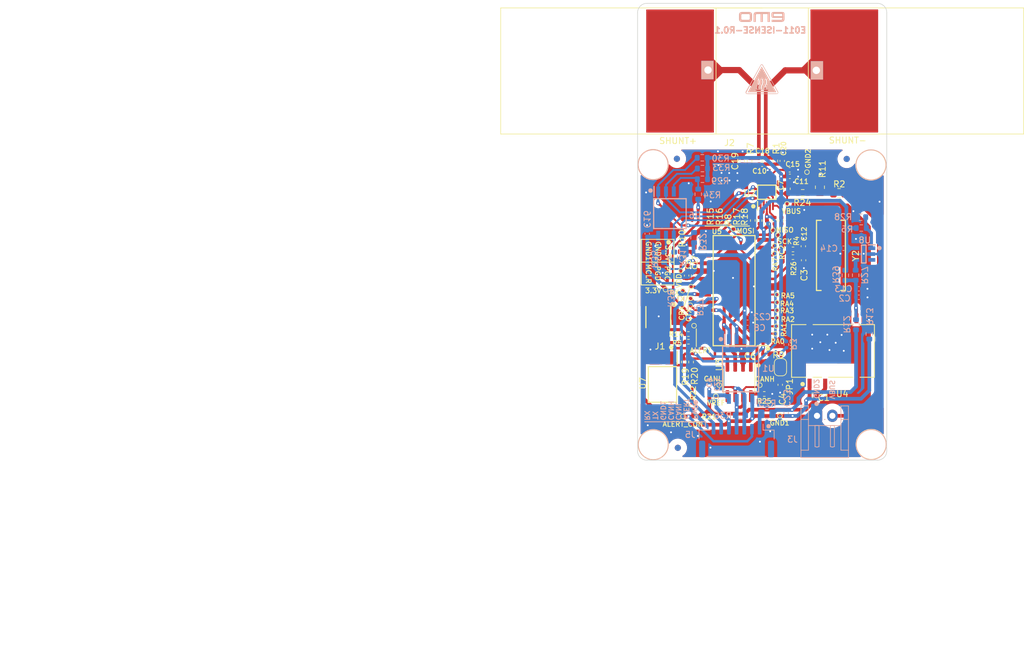
<source format=kicad_pcb>
(kicad_pcb (version 20221018) (generator pcbnew)
  (title_block (title "CURRENT SENSE PCB") (date "2023-05-03") (rev "1") (company "EMO ENERGY") (comment 1 "Darshan R"))
  (layers (0 "F.Cu" signal) (31 "B.Cu" signal) (34 "B.Paste" user) (35 "F.Paste" user) (36 "B.SilkS" user "B.Silkscreen") (37 "F.SilkS" user "F.Silkscreen") (38 "B.Mask" user) (39 "F.Mask" user) (44 "Edge.Cuts" user))
  (net 0 "")
  (net 1 "GND1")
  (net 2 "CLKIN")
  (net 3 "Net-(U2-IN-)")
  (net 4 "Net-(U2-IN+)")
  (net 5 "Net-(C12-Pad1)")
  (net 6 "CANH")
  (net 7 "CANL")
  (net 8 "Net-(U2-VBUS)")
  (net 9 "CLKOUT")
  (net 10 "ALERT")
  (net 11 "CANRX")
  (net 12 "CANTX")
  (net 13 "MISO")
  (net 14 "SCLK")
  (net 15 "Net-(U5-VDD)")
  (net 16 "Net-(JP1-A)")
  (net 17 "Net-(JP1-B)")
  (net 18 "ICSDAT")
  (net 19 "ICSPLK")
  (net 20 "MOSI")
  (net 21 "Net-(U4-+Vo)")
  (net 22 "VBUS")
  (net 23 "Net-(J2-Pin_1)")
  (net 24 "PWR")
  (net 25 "+3.3V")
  (net 26 "RX")
  (net 27 "TX")
  (net 28 "GND2")
  (net 29 "Net-(U8-FB{slash}NC)")
  (net 30 "Net-(U3-Vref)")
  (net 31 "ALERT_CON")
  (net 32 "Net-(R11-Pad2)")
  (net 34 "Net-(U5-RC4)")
  (net 35 "Net-(U5-RC5)")
  (net 36 "Net-(U5-RC6)")
  (net 37 "ALERT_MCU")
  (net 38 "Net-(U5-RC1)")
  (net 39 "Net-(U5-RC2)")
  (net 40 "Net-(U5-RC3)")
  (net 41 "Net-(U5-RA0)")
  (net 42 "Net-(U5-RA1)")
  (net 43 "Net-(U5-RA2)")
  (net 44 "Net-(U5-RA3)")
  (net 45 "Net-(U5-RA4)")
  (net 46 "Net-(U5-RA5)")
  (net 47 "Net-(U7-ANODE)")
  (net 48 "Net-(C3-Pad1)")
  (net 49 "Net-(J1-Pad02)")
  (net 50 "Net-(J1-Pad04)")
  (net 51 "MCLR")
  (net 52 "Net-(J2-Pin_2)")
  (net 53 "CS_INA")
  (net 54 "Net-(U3-Rs)")
  (net 55 "Net-(U6-IO2{slash}WP(L))")
  (net 56 "CS_FLASH")
  (net 57 "WP")
  (net 58 "Net-(U6-IO3{slash}HOLD(L))")
  (net 59 "HOLD")
  (net 60 "Net-(U5-RB2)")
  (net 61 "Net-(U5-RB1)")
  (net 62 "Net-(U8-IN)")
  (net 63 "VCC")
  (footprint "MountingHole:MountingHole_2.2mm_M2" (layer "F.Cu") (at 191.48 98.23)
    (fp_text reference "H2" hide)
    (fp_text value "MountingHole")
  )
  (footprint "Resistor_SMD:R_0402_1005Metric" (layer "F.Cu") (at 162.19 84.8 90)
    (fp_text reference "R20")
    (fp_text value "1k")
  )
  (footprint "Resistor_SMD:R_0402_1005Metric" (layer "F.Cu") (at 172.22 61.8 -90)
    (fp_text reference "R15")
    (fp_text value "1k")
  )
  (footprint "Capacitor_SMD:C_0402_1005Metric" (layer "F.Cu") (at 161.47 70.75 -90)
    (fp_text reference "C5")
    (fp_text value "100nF")
  )
  (footprint "Resistor_SMD:R_0402_1005Metric" (layer "F.Cu") (at 175.89 52.12 -90)
    (fp_text reference "R1")
    (fp_text value "10R")
  )
  (footprint "Capacitor_SMD:C_0402_1005Metric" (layer "F.Cu") (at 177.01 52.11 -90)
    (fp_text reference "C20")
    (fp_text value "1uF")
  )
  (footprint "Custommm:testpoint_0.5mm" (layer "F.Cu") (at 177.8 59.1)
    (fp_text reference "TP2")
    (fp_text value "VBUS")
  )
  (footprint "Resistor_SMD:R_0402_1005Metric" (layer "F.Cu") (at 174.53 62.36 90)
    (fp_text reference "R8")
    (fp_text value "10k")
  )
  (footprint "Custommm:testpoint_0.5mm" (layer "F.Cu") (at 158.04 73.02)
    (fp_text reference "5V_PIC1")
    (fp_text value "3.3V")
  )
  (footprint "Custommm:testpoint_0.5mm" (layer "F.Cu") (at 162.06 75.58)
    (fp_text reference "TP23")
    (fp_text value "CTX")
  )
  (footprint "MountingHole:MountingHole_2.2mm_M2" (layer "F.Cu") (at 156.03 98.23)
    (fp_text reference "H1" hide)
    (fp_text value "MountingHole")
  )
  (footprint "Custommm:testpoint_0.5mm" (layer "F.Cu") (at 175.9 80.2)
    (fp_text reference "TP13")
    (fp_text value "RA0")
  )
  (footprint "Capacitor_SMD:C_0402_1005Metric" (layer "F.Cu") (at 173.74 52.65 180)
    (fp_text reference "C10")
    (fp_text value "1uF")
  )
  (footprint "Custommm:testpoint_0.5mm" (layer "F.Cu") (at 160.84 73.19)
    (fp_text reference "TP21")
    (fp_text value "RX")
  )
  (footprint "Custommm:testpoint_0.5mm" (layer "F.Cu") (at 176.05 78.98)
    (fp_text reference "TP14")
    (fp_text value "RA1")
  )
  (footprint "Resistor_SMD:R_0402_1005Metric" (layer "F.Cu") (at 161.01 84.79 -90)
    (fp_text reference "R19")
    (fp_text value "1k")
  )
  (footprint "Custommm:testpoint_0.5mm" (layer "F.Cu") (at 176.32 64.16)
    (fp_text reference "TP7")
    (fp_text value "SCK")
  )
  (footprint "Jumper:SolderJumper-2_P1.3mm_Open_RoundedPad1.0x1.5mm" (layer "F.Cu") (at 176.72 85.64 90)
    (fp_text reference "JP1")
    (fp_text value "Jumper_Open")
  )
  (footprint "Capacitor_SMD:C_0402_1005Metric" (layer "F.Cu") (at 170.5 52.15 90)
    (fp_text reference "C19")
    (fp_text value "1uF")
  )
  (footprint "Resistor_SMD:R_0603_1608Metric" (layer "F.Cu") (at 160.53 67.69 -90)
    (fp_text reference "R10")
    (fp_text value "0R")
  )
  (footprint "Custommm:ABLS8000MHZB4T" (layer "F.Cu") (at 184.93 67.47 90)
    (fp_text reference "Y2")
    (fp_text value "10MHz" hide)
  )
  (footprint "Capacitor_SMD:C_0402_1005Metric" (layer "F.Cu") (at 169.81 83.57 180)
    (fp_text reference "C6")
    (fp_text value "0.1uF")
  )
  (footprint "Package_SO:SOIC-8_3.9x4.9mm_P1.27mm" (layer "F.Cu") (at 170 87.88 -90)
    (fp_text reference "U3")
    (fp_text value "SN65HVD230")
  )
  (footprint "Custommm:fiducial" (layer "F.Cu") (at 187.49 51.89)
    (fp_text reference "FID3" hide)
    (fp_text value "Fiducial")
  )
  (footprint "Custommm:B0303_B_XT-1WR2_MNS" (layer "F.Cu") (at 185.26 83 90)
    (fp_text reference "U4")
    (fp_text value "B0303XT-1WX2")
  )
  (footprint "Capacitor_SMD:C_0402_1005Metric" (layer "F.Cu") (at 178.22 53.56 180)
    (fp_text reference "C15")
    (fp_text value "0.1nF")
  )
  (footprint "Resistor_SMD:R_0402_1005Metric" (layer "F.Cu") (at 161.77 81.5 180)
    (fp_text reference "R5")
    (fp_text value "10R")
  )
  (footprint "Custommm:SAMTEC_1.27mm_03x02" (layer "F.Cu") (at 156.25 77.5 180)
    (fp_text reference "J1")
    (fp_text value "samtec_03x02")
  )
  (footprint "Resistor_SMD:R_0402_1005Metric" (layer "F.Cu") (at 178.75 67.75)
    (fp_text reference "R26")
    (fp_text value "1k")
  )
  (footprint "Custommm:testpoint_0.5mm" (layer "F.Cu") (at 175.76 67.16)
    (fp_text reference "TP10")
    (fp_text value "RA7")
  )
  (footprint "Resistor_SMD:R_0402_1005Metric" (layer "F.Cu") (at 178.76 66.5)
    (fp_text reference "R4")
    (fp_text value "1k")
  )
  (footprint "Custommm:testpoint_0.5mm" (layer "F.Cu") (at 175.52 63.37)
    (fp_text reference "TP6")
    (fp_text value "MISO")
  )
  (footprint "MountingHole:MountingHole_2.2mm_M2" (layer "F.Cu") (at 191.47 52.78)
    (fp_text reference "H3" hide)
    (fp_text value "MountingHole")
  )
  (footprint "Capacitor_SMD:C_0402_1005Metric" (layer "F.Cu") (at 162.6 70.72 -90)
    (fp_text reference "C17")
    (fp_text value "0.1nF")
  )
  (footprint "Custommm:testpoint_0.5mm" (layer "F.Cu") (at 160.86 93.62)
    (fp_text reference "TP1")
    (fp_text value "ALERT_CON")
  )
  (footprint "MountingHole:MountingHole_2.2mm_M2" (layer "F.Cu") (at 156.02 52.72)
    (fp_text reference "H4" hide)
    (fp_text value "MountingHole")
  )
  (footprint "Custommm:testpoint_0.5mm" (layer "F.Cu") (at 175.77 65.88)
    (fp_text reference "TP11")
    (fp_text value "RC2")
  )
  (footprint "Custommm:fiducial" (layer "F.Cu") (at 160.04 98.84)
    (fp_text reference "FID1" hide)
    (fp_text value "Fiducial")
  )
  (footprint "Capacitor_SMD:C_0402_1005Metric" (layer "F.Cu") (at 173.77 51.58 180)
    (fp_text reference "C18")
    (fp_text value "1uF")
  )
  (footprint "Custommm:testpoint_0.5mm" (layer "F.Cu") (at 176.14 77.62)
    (fp_text reference "TP15")
    (fp_text value "RA2")
  )
  (footprint "Custommm:testpoint_0.5mm" (layer "F.Cu") (at 181.03 53.93)
    (fp_text reference "TP9")
    (fp_text value "GND2")
  )
  (footprint "Custommm:testpoint_0.5mm" (layer "F.Cu") (at 176.16 73.84)
    (fp_text reference "TP18")
    (fp_text value "RA5")
  )
  (footprint "Custommm:testpoint_0.5mm" (layer "F.Cu") (at 162.17 72.54)
    (fp_text reference "TP22")
    (fp_text value "CRX")
  )
  (footprint "Resistor_SMD:R_0402_1005Metric" (layer "F.Cu") (at 174.09 89.99 180)
    (fp_text reference "R25")
    (fp_text value "10R")
  )
  (footprint "Resistor_SMD:R_0402_1005Metric" (layer "F.Cu") (at 175.76 61.83 -90)
    (fp_text reference "R17")
    (fp_text value "1k")
  )
  (footprint "Custommm:testpoint_0.5mm" (layer "F.Cu") (at 176.63 93.53)
    (fp_text reference "TP3")
    (fp_text value "GND1")
  )
  (footprint "Custommm:fiducial" (layer "F.Cu") (at 159.89 51.87)
    (fp_text reference "FID2" hide)
    (fp_text value "Fiducial")
  )
  (footprint "Capacitor_SMD:C_0402_1005Metric" (layer "F.Cu") (at 178.25 54.62 180)
    (fp_text reference "C11")
    (fp_text value "100nF")
  )
  (footprint "Custommm:testpoint_0.5mm" (layer "F.Cu") (at 162.67 78.89)
    (fp_text reference "TP25")
    (fp_text value "ALERT")
  )
  (footprint "Resistor_SMD:R_0402_1005Metric" (layer "F.Cu") (at 176.87 61.82 -90)
    (fp_text reference "R18")
    (fp_text value "1k")
  )
  (footprint "Resistor_SMD:R_0603_1608Metric" (layer "F.Cu") (at 180.34 57.29 180)
    (fp_text reference "R24")
    (fp_text value "1k")
  )
  (footprint "Resistor_SMD:R_0402_1005Metric" (layer "F.Cu") (at 162.41 91.93 90)
    (fp_text reference "R22")
    (fp_text value "1k")
  )
  (footprint "Custommm:testpoint_0.5mm" (layer "F.Cu") (at 169.07 63.21)
    (fp_text reference "TP8")
    (fp_text value "MOSI")
  )
  (footprint "Capacitor_SMD:C_0402_1005Metric" (layer "F.Cu") (at 181.94 90.22 180)
    (fp_text reference "C1")
    (fp_text value "4.7uF")
  )
  (footprint "Custommm:testpoint_0.5mm" (layer "F.Cu") (at 160.51 69.96)
    (fp_text reference "TP24")
    (fp_text value "VDD")
  )
  (footprint "Custommm:testpoint_0.5mm" (layer "F.Cu") (at 166.22 90.34)
    (fp_text reference "TP27")
    (fp_text value "VREF")
  )
  (footprint "Custommm:testpoint_0.5mm" (layer "F.Cu") (at 162.09 74.44)
    (fp_text reference "TP20")
    (fp_text value "TX")
  )
  (footprint "Resistor_SMD:R_0402_1005Metric" (layer "F.Cu") (at 161.76 80.25 180)
    (fp_text reference "R14")
    (fp_text value "10R")
  )
  (footprint "Capacitor_SMD:C_0402_1005Metric" (layer "F.Cu") (at 180.48 68.26 -90)
    (fp_text reference "C3")
    (fp_text value "33pF")
  )
  (footprint "Resistor_SMD:R_0805_2012Metric" (layer "F.Cu") (at 183.134 56.39 -90)
    (fp_text reference "R11")
    (fp_text value "1k")
  )
  (footprint "Resistor_SMD:R_0402_1005Metric" (layer "F.Cu") (at 174.37 83.55 180)
    (fp_text reference "R9")
    (fp_text value "470R")
  )
  (footprint "Custommm:testpoint_0.5mm" (layer "F.Cu") (at 176.17 76.39)
    (fp_text reference "TP16")
    (fp_text value "RA3")
  )
  (footprint "Resistor_SMD:R_0402_1005Metric" (layer "F.Cu") (at 162.96 93.61)
    (fp_text reference "R21")
    (fp_text value "1k")
  )
  (footprint "Capacitor_SMD:C_0402_1005Metric" (layer "F.Cu") (at 180.44 65.98 90)
    (fp_text reference "C12")
    (fp_text value "33pF")
  )
  (footprint "Custommm:PC817X3_SOP254P960X420-4N" (layer "F.Cu") (at 157.54 88.44 -90)
    (fp_text reference "U7")
    (fp_text value "PC817X3NIP1B" hide)
  )
  (footprint "Resistor_SMD:R_0805_2012Metric" (layer "F.Cu") (at 186.25 57.35)
    (fp_text reference "R2")
    (fp_text value "10k")
  )
  (footprint "Custommm:testpoint_0.5mm" (layer "F.Cu") (at 173.37 88.56)
    (fp_text reference "TP4")
    (fp_text value "CANH")
  )
  (footprint "Custommm:wsbs8518_shunt" (layer "F.Cu") (at 173.75 34.64 180)
    (fp_text reference "J2")
    (fp_text value "current shunt" hide)
  )
  (footprint "Custommm:INA239_SOP50P490X110-10N" (layer "F.Cu") (at 174.5 57.2 90)
    (fp_text reference "U2")
    (fp_text value "INA239" hide)
  )
  (footprint "Custommm:testpoint_0.5mm" (layer "F.Cu") (at 166.77 88.54)
    (fp_text reference "TP5")
    (fp_text value "CANL")
  )
  (footprint "Resistor_SMD:R_0402_1005Metric" (layer "F.Cu") (at 173.33 61.8 -90)
    (fp_text reference "R16")
    (fp_text value "1k")
  )
  (footprint "Custommm:testpoint_0.5mm" (layer "F.Cu") (at 176.19 75.1)
    (fp_text reference "TP17")
    (fp_text value "RA4")
  )
  (footprint "Capacitor_SMD:C_0603_1608Metric" (layer "F.Cu") (at 177.8 56.642 90)
    (fp_text reference "C7")
    (fp_text value "100nF")
  )
  (footprint "Resistor_SMD:R_0402_1005Metric" (layer "F.Cu") (at 171.7 52.15 -90)
    (fp_text reference "R7")
    (fp_text value "10R")
  )
  (footprint "Custommm:PIC18F27Q84_SOIC127P1030X265-28N" (layer "F.Cu") (at 169.185 73.195 180)
    (fp_text reference "U5")
    (fp_text value "PIC18F27Q84" hide)
  )
  (footprint "Capacitor_SMD:C_0402_1005Metric" (layer "F.Cu") (at 176.68 88.5 -90)
    (fp_text reference "C4")
    (fp_text value "4.7uF")
  )
  (footprint "Resistor_SMD:R_0603_1608Metric" (layer "B.Cu") (at 191.16 80.24 -90)
    (fp_text reference "R13")
    (fp_text value "0R")
  )
  (footprint "Capacitor_SMD:C_0402_1005Metric" (layer "B.Cu") (at 171.38 79.19)
    (fp_text reference "C8")
    (fp_text value "0.1uF")
  )
  (footprint "Capacitor_SMD:C_0402_1005Metric" (layer "B.Cu") (at 155.06 63.94 90)
    (fp_text reference "C16")
    (fp_text value "0.1uF")
  )
  (footprint "Resistor_SMD:R_0603_1608Metric" (layer "B.Cu") (at 162.25 76 -90)
    (fp_text reference "R37")
    (fp_text value "0R")
  )
  (footprint "Resistor_SMD:R_0603_1608Metric" (layer "B.Cu") (at 160.5 74.5 -90)
    (fp_text reference "R38")
    (fp_text value "0R")
  )
  (footprint "Custommm:W25Q32_SOIC127P790X216-8N" (layer "B.Cu") (at 158.75 60.68 -90)
    (fp_text reference "U6")
    (fp_text value "W25Q32JVSS" hide)
  )
  (footprint "Connector_JST:JST_GH_SM07B-GHS-TB_1x07-1MP_P1.25mm_Horizontal" (layer "B.Cu") (at 169.59 97.58 180)
    (fp_text reference "J5")
    (fp_text value "Conn_01x07_Pin")
  )
  (footprint "Capacitor_SMD:C_0402_1005Metric" (layer "B.Cu") (at 189.46 72.9)
    (fp_text reference "C13")
    (fp_text value "0.1uF")
  )
  (footprint "Custommm:emo logo" (layer "B.Cu") (at 173.68 28.71 180)
    (fp_text reference "G***" hide)
    (fp_text value "LOGO" hide)
  )
  (footprint "Resistor_SMD:R_0603_1608Metric" (layer "B.Cu") (at 164.04 53.35)
    (fp_text reference "R33")
    (fp_text value "1k")
  )
  (footprint "Capacitor_SMD:C_0402_1005Metric" (layer "B.Cu") (at 166.31 90.68 -90)
    (fp_text reference "C21")
    (fp_text value "1uF")
  )
  (footprint "Custommm:fiducial" (layer "B.Cu") (at 187.49 51.89 180)
    (fp_text reference "FID6" hide)
    (fp_text value "Fiducial")
  )
  (footprint "Capacitor_SMD:C_0402_1005Metric" (layer "B.Cu") (at 177.64 93.08 -90)
    (fp_text reference "C23")
    (fp_text value "47uF")
  )
  (footprint "Custommm:MAX14878_SOIC127P1031X265-8N" (layer "B.Cu") (at 170.24 85.94 -90)
    (fp_text reference "U1")
    (fp_text value "MAX14878" hide)
  )
  (footprint "Resistor_SMD:R_0603_1608Metric" (layer "B.Cu") (at 189.75 61.25 180)
    (fp_text reference "R28")
    (fp_text value "10k")
  )
  (footprint "Resistor_SMD:R_0603_1608Metric" (layer "B.Cu") (at 188.94 70.69 -90)
    (fp_text reference "R39")
    (fp_text value "0R")
  )
  (footprint "Resistor_SMD:R_0603_1608Metric" (layer "B.Cu") (at 163.35 57.52 -90)
    (fp_text reference "R34")
    (fp_text value "1k")
  )
  (footprint "Custommm:ST715MR_SOT95P280X145-5N" (layer "B.Cu") (at 190.26 67.25 180)
    (fp_text reference "U8")
    (fp_text value "ST715MR" hide)
  )
  (footprint "Custommm:fiducial" (layer "B.Cu") (at 160.04 98.85 180)
    (fp_text reference "FID4" hide)
    (fp_text value "Fiducial")
  )
  (footprint "Resistor_SMD:R_0603_1608Metric" (layer "B.Cu") (at 187.27 70.71 90)
    (fp_text reference "R27")
    (fp_text value "0R")
  )
  (footprint "Resistor_SMD:R_0603_1608Metric" (layer "B.Cu") (at 157.81 67.78 -90)
    (fp_text reference "R35")
    (fp_text value "1k")
  )
  (footprint "Resistor_SMD:R_0603_1608Metric" (layer "B.Cu") (at 162.67 64.57 -90)
    (fp_text reference "R32")
    (fp_text value "1k")
  )
  (footprint "Capacitor_SMD:C_0402_1005Metric" (layer "B.Cu") (at 189.46 74.27)
    (fp_text reference "C2")
    (fp_text value "10uF")
  )
  (footprint "Resistor_SMD:R_0603_1608Metric" (layer "B.Cu") (at 189.86 63.02)
    (fp_text reference "R6")
    (fp_text value "18k")
  )
  (footprint "Resistor_SMD:R_0603_1608Metric" (layer "B.Cu") (at 164.04 55.09)
    (fp_text reference "R29")
    (fp_text value "1k")
  )
  (footprint "Resistor_SMD:R_0603_1608Metric" (layer "B.Cu") (at 164.01 51.61)
    (fp_text reference "R30")
    (fp_text value "1k")
  )
  (footprint "Capacitor_SMD:C_0402_1005Metric" (layer "B.Cu") (at 186.96 66.3)
    (fp_text reference "C14")
    (fp_text value "0.47uF")
  )
  (footprint "Resistor_SMD:R_0402_1005Metric" (layer "B.Cu") (at 177.68 81.96 -90)
    (fp_text reference "R3")
    (fp_text value "10k")
  )
  (footprint "Capacitor_SMD:C_0402_1005Metric" (layer "B.Cu") (at 165.23 90.68 -90)
    (fp_text reference "C9")
    (fp_text value "0.1uF")
  )
  (footprint "Connector_JST:JST_EH_S2B-EH_1x02_P2.50mm_Horizontal" (layer "B.Cu") (at 182.66 93.5425)
    (fp_text reference "J3")
    (fp_text value "VBUS")
  )
  (footprint "Resistor_SMD:R_0603_1608Metric" (layer "B.Cu") (at 170.21 93.47 180)
    (fp_text reference "R36")
    (fp_text value "120R")
  )
  (footprint "Resistor_SMD:R_0603_1608Metric" (layer "B.Cu") (at 189 78.75 -90)
    (fp_text reference "R12")
    (fp_text value "0R")
  )
  (footprint "Capacitor_SMD:C_0402_1005Metric" (layer "B.Cu") (at 171.38 77.61 180)
    (fp_text reference "C22")
    (fp_text value "1uF")
  )
  (footprint "Custommm:hot surface" (layer "B.Cu") (at 173.71 38.82 180)
    (fp_text reference "G***" hide)
    (fp_text value "LOGO" hide)
  )
  (footprint "Resistor_SMD:R_0805_2012Metric" (layer "B.Cu") (at 174.52 93.23 180)
    (fp_text reference "R23")
    (fp_text value "0R")
  )
  (footprint "Resistor_SMD:R_0603_1608Metric" (layer "B.Cu") (at 159.45 67.76 90)
    (fp_text reference "R31")
    (fp_text value "1k")
  )
  (footprint "Custommm:fiducial" (layer "B.Cu") (at 159.89 51.86 180)
    (fp_text reference "FID5" hide)
    (fp_text value "Fiducial")
  )
  (gr_circle (center 156.01 52.708893) (end 154.6 54.698893) (stroke (width 0.15)) (fill none) (layer "B.SilkS"))
  (gr_line (start 154.6606 94.5134) (end 164.5412 94.5134) (stroke (width 0.15)) (layer "B.SilkS"))
  (gr_line (start 164.5412 94.5134) (end 164.54 95.47) (stroke (width 0.15)) (layer "B.SilkS"))
  (gr_circle (center 156.038893 52.72) (end 154.628893 54.71) (stroke (width 0.15)) (fill none) (layer "B.SilkS"))
  (gr_circle (center 191.445987 52.76) (end 189.985987 54.72) (stroke (width 0.15)) (fill none) (layer "B.SilkS"))
  (gr_circle (center 156.048893 98.24) (end 154.638893 100.23) (stroke (width 0.15)) (fill none) (layer "B.SilkS"))
  (gr_circle (center 162.94 91.36) (end 163.24 91.36) (stroke (width 0.15)) (fill solid) (layer "B.SilkS"))
  (gr_circle (center 191.471107 98.22) (end 190.061107 100.21) (stroke (width 0.15)) (fill none) (layer "B.SilkS"))
  (gr_circle (center 158.54 65.33) (end 158.84 65.33) (stroke (width 0.15)) (fill solid) (layer "F.SilkS"))
  (gr_circle (center 156.01 52.708893) (end 157.42 54.698893) (stroke (width 0.15)) (fill none) (layer "F.SilkS"))
  (gr_line (start 164.46 62.7) (end 171.69 62.7) (stroke (width 0.15)) (layer "F.SilkS"))
  (gr_rect (start 154.08 64.86) (end 159.42 72.27) (stroke (width 0.15)) (fill none) (layer "F.SilkS"))
  (gr_circle (center 191.471107 98.19) (end 192.881107 100.18) (stroke (width 0.15)) (fill none) (layer "F.SilkS"))
  (gr_line (start 163.04 79.39) (end 163.04 82.3) (stroke (width 0.15)) (layer "F.SilkS"))
  (gr_circle (center 156.04 98.241107) (end 157.45 100.231107) (stroke (width 0.15)) (fill none) (layer "F.SilkS"))
  (gr_circle (center 191.415987 52.77) (end 192.875987 54.73) (stroke (width 0.15)) (fill none) (layer "F.SilkS"))
  (gr_line (start 161.1 75.64) (end 161.9 73.03) (stroke (width 0.15)) (layer "F.SilkS"))
  (gr_line (start 154.08 68.565) (end 159.42 68.565) (stroke (width 0.15)) (layer "F.SilkS"))
  (gr_line (start 155 100.75) (end 192.5 100.75) (stroke (width 0.1)) (layer "Edge.Cuts"))
  (gr_line (start 155 26.5) (end 192.5 26.5) (stroke (width 0.1)) (layer "Edge.Cuts"))
  (gr_line (start 153.5 47.5) (end 153.5 99.25) (stroke (width 0.1)) (layer "Edge.Cuts"))
  (gr_arc (start 155 100.75) (mid 153.93934 100.31066) (end 153.5 99.25) (stroke (width 0.1)) (layer "Edge.Cuts"))
  (gr_line (start 194 48.375) (end 194 99.25) (stroke (width 0.1)) (layer "Edge.Cuts"))
  (gr_arc (start 194 99.25) (mid 193.56066 100.31066) (end 192.5 100.75) (stroke (width 0.1)) (layer "Edge.Cuts"))
  (gr_arc (start 153.5 28) (mid 153.93934 26.93934) (end 155 26.5) (stroke (width 0.1)) (layer "Edge.Cuts"))
  (gr_arc (start 192.5 26.5) (mid 193.56066 26.93934) (end 194 28) (stroke (width 0.1)) (layer "Edge.Cuts"))
  (gr_line (start 153.5 47.5) (end 153.5 28) (stroke (width 0.1)) (layer "Edge.Cuts"))
  (gr_line (start 194 28) (end 194 48.375) (stroke (width 0.1)) (layer "Edge.Cuts"))
  (gr_text "GND2" (at 183.03 90.86 270) (layer "B.SilkS") (effects (font (size 0.8 0.8)) (justify left top mirror)))
  (gr_text "TX" (at 155.8798 94.2848 270) (layer "B.SilkS") (effects (font (size 0.8 0.8)) (justify left bottom mirror)))
  (gr_text "RX" (at 154.559 94.3864 -90) (layer "B.SilkS") (effects (font (size 0.8 0.8)) (justify left bottom mirror)))
  (gr_text "E011-ISENSE-R0.1" (at 181.03 31.45) (layer "B.SilkS") (effects (font (size 1 1) (thickness 0.25) bold) (justify left bottom mirror)))
  (gr_text "VBUS" (at 185.57 90.93 270) (layer "B.SilkS") (effects (font (size 0.8 0.8)) (justify left top mirror)))
  (gr_text "PWR" (at 162.3568 94.2594 270) (layer "B.SilkS") (effects (font (size 0.8 0.8)) (justify left bottom mirror)))
  (gr_text "GND1" (at 157.1752 94.361 270) (layer "B.SilkS") (effects (font (size 0.8 0.8)) (justify left bottom mirror)))
  (gr_text "CANH" (at 158.4452 94.361 270) (layer "B.SilkS") (effects (font (size 0.8 0.8)) (justify left bottom mirror)))
  (gr_text "ALERT" (at 160.9344 94.3102 270) (layer "B.SilkS") (effects (font (size 0.8 0.8)) (justify left bottom mirror)))
  (gr_text "CANL" (at 159.6644 94.361 270) (layer "B.SilkS") (effects (font (size 0.8 0.8)) (justify left bottom mirror)))
  (gr_text "GND1" (at 154.8 65.08 270) (layer "F.SilkS") (effects (font (size 0.8 0.8)) (justify left bottom)))
  (gr_text "3.3V" (at 157.96 65.71 -90) (layer "F.SilkS") (effects (font (size 0.8 0.8)) (justify left bottom)))
  (gr_text "SHUNT+" (at 156.92 49.43) (layer "F.SilkS") (effects (font (size 1 1)) (justify left bottom)))
  (gr_text "PGD" (at 156.29 69.08 270) (layer "F.SilkS") (effects (font (size 0.8 0.8)) (justify left bottom)))
  (gr_text "MCLR" (at 154.8 68.77 270) (layer "F.SilkS") (effects (font (size 0.8 0.8)) (justify left bottom)))
  (gr_text "PGC" (at 157.86 69.08 270) (layer "F.SilkS") (effects (font (size 0.8 0.8)) (justify left bottom)))
  (gr_text "SHUNT-" (at 184.5 49.35) (layer "F.SilkS") (effects (font (size 1 1)) (justify left bottom)))
  (gr_text "GND2" (at 156.36 65.08 270) (layer "F.SilkS") (effects (font (size 0.8 0.8)) (justify left bottom)))
  (segment (start 167.7595 94.99) (end 156.75 94.99) (width 0.6) (layer "F.Cu") (net 1))
  (segment (start 180.895 91.055) (end 181.46 90.49) (width 0.6) (layer "F.Cu") (net 1))
  (segment (start 155.615 75.465) (end 154.52 76.56) (width 0.6) (layer "F.Cu") (net 1))
  (segment (start 156.27 94.51) (end 156.27 92.74) (width 0.6) (layer "F.Cu") (net 1))
  (segment (start 172.08 93.98) (end 172.12 93.98) (width 0.6) (layer "F.Cu") (net 1))
  (segment (start 156.27 92.51) (end 156.27 92.74) (width 0.6) (layer "F.Cu") (net 1))
  (segment (start 154.52 90.76) (end 156.27 92.51) (width 0.6) (layer "F.Cu") (net 1))
  (segment (start 154.52 76.56) (end 154.52 90.76) (width 0.6) (layer "F.Cu") (net 1))
  (segment (start 181.46 90.22) (end 181.46 89.39) (width 0.6) (layer "F.Cu") (net 1))
  (segment (start 181.46 90.49) (end 181.46 90.22) (width 0.6) (layer "F.Cu") (net 1))
  (segment (start 181.45 89.38) (end 181.45 88.3086) (width 0.6) (layer "F.Cu") (net 1))
  (segment (start 172.53 93.57) (end 172.12 93.98) (width 0.6) (layer "F.Cu") (net 1))
  (segment (start 168.34 94.4095) (end 167.7595 94.99) (width 0.6) (layer "F.Cu") (net 1))
  (segment (start 171.6505 94.4095) (end 172.08 93.98) (width 0.6) (layer "F.Cu") (net 1))
  (segment (start 178.69 93.56) (end 178.68 93.57) (width 0.6) (layer "F.Cu") (net 1))
  (segment (start 181.46 89.39) (end 181.45 89.38) (width 0.6) (layer "F.Cu") (net 1))
  (segment (start 156.75 94.99) (end 156.27 94.51) (width 0.6) (layer "F.Cu") (net 1))
  (segment (start 178.68 93.57) (end 172.53 93.57) (width 0.6) (layer "F.Cu") (net 1))
  (segment (start 168.34 94.4095) (end 171.6505 94.4095) (width 0.6) (layer "F.Cu") (net 1))
  (via (at 172.12 93.98) (size 0.6) (drill 0.3) (layers "F.Cu" "B.Cu") (net 1))
  (via (at 178.69 93.56) (size 0.6) (drill 0.3) (layers "F.Cu" "B.Cu") (net 1))
  (via (at 180.895 91.055) (size 0.6) (drill 0.3) (layers "F.Cu" "B.Cu") (net 1))
  (via (at 168.34 94.4095) (size 0.6) (drill 0.3) (layers "F.Cu" "B.Cu") (net 1))
  (segment (start 166.31 92.22) (end 166.31 91.16) (width 0.6) (layer "B.Cu") (net 1))
  (segment (start 172.145 90.79) (end 172.145 93.905) (width 0.6) (layer "B.Cu") (net 1))
  (segment (start 179.48 93.56) (end 180.895 92.145) (width 0.6) (layer "B.Cu") (net 1))
  (segment (start 180.895 91.055) (end 181.18 90.77) (width 0.6) (layer "B.Cu") (net 1))
  (segment (start 172.12 93.98) (end 172.07 93.98) (width 0.6) (layer "B.Cu") (net 1))
  (segment (start 172.07 93.98) (end 172.11 93.94) (width 0.6) (layer "B.Cu") (net 1))
  (segment (start 168.35 94.26) (end 166.31 92.22) (width 0.6) (layer "B.Cu") (net 1))
  (segment (start 180.895 92.145) (end 180.895 91.055) (width 0.6) (layer "B.Cu") (net 1))
  (segment (start 189.81 90.77) (end 191.16 89.42) (width 0.6) (layer "B.Cu") (net 1))
  (segment (start 178.69 93.56) (end 177.64 93.56) (width 0.6) (layer "B.Cu") (net 1))
  (segment (start 172.145 93.905) (end 172.12 93.93) (width 0.6) (layer "B.Cu") (net 1))
  (segment (start 166.31 91.16) (end 165.23 91.16) (width 0.6) (layer "B.Cu") (net 1))
  (segment (start 181.18 90.77) (end 189.81 90.77) (width 0.6) (layer "B.Cu") (net 1))
  (segment (start 178.69 93.56) (end 179.48 93.56) (width 0.6) (layer "B.Cu") (net 1))
  (segment (start 168.35 95.82) (end 168.35 94.26) (width 0.6) (layer "B.Cu") (net 1))
  (segment (start 172.12 93.93) (end 172.12 93.98) (width 0.6) (layer "B.Cu") (net 1))
  (segment (start 168.34 94.4095) (end 168.34 95.73) (width 0.6) (layer "B.Cu") (net 1))
  (segment (start 168.34 95.73) (end 168.35 95.82) (width 0.6) (layer "B.Cu") (net 1))
  (segment (start 191.16 89.42) (end 191.16 81.065) (width 0.6) (layer "B.Cu") (net 1))
  (segment (start 174.45 71.29) (end 175.79 71.29) (width 0.4) (layer "F.Cu") (net 2))
  (segment (start 178.24 68.84) (end 178.24 67.75) (width 0.4) (layer "F.Cu") (net 2))
  (segment (start 175.79 71.29) (end 178.24 68.84) (width 0.4) (layer "F.Cu") (net 2))
  (segment (start 175.89 52.63) (end 176.97 52.63) (width 0.5) (layer "F.Cu") (net 3))
  (segment (start 174 55) (end 174 52.87) (width 0.3) (layer "F.Cu") (net 3))
  (segment (start 175.87 52.65) (end 174.22 52.65) (width 0.5) (layer "F.Cu") (net 3))
  (segment (start 174 52.87) (end 174.22 52.65) (width 0.3) (layer "F.Cu") (net 3))
  (segment (start 170.5 52.63) (end 171.67 52.63) (width 0.5) (layer "F.Cu") (net 4))
  (segment (start 173.5 52.89) (end 173.26 52.65) (width 0.3) (layer "F.Cu") (net 4))
  (segment (start 171.71 52.65) (end 173.26 52.65) (width 0.5) (layer "F.Cu") (net 4))
  (segment (start 173.5 55) (end 173.5 52.89) (width 0.3) (layer "F.Cu") (net 4))
  (segment (start 184.38 66.5) (end 184.93 65.95) (width 0.5) (layer "F.Cu") (net 5))
  (segment (start 184.93 65.95) (end 184.93 62.75) (width 0.5) (layer "F.Cu") (net 5))
  (segment (start 179.27 66.5) (end 184.38 66.5) (width 0.5) (layer "F.Cu") (net 5))
  (segment (start 170.635 89.365) (end 171.13 88.87) (width 0.3) (layer "F.Cu") (net 6))
  (segment (start 169.605 92.15) (end 170.27 92.15) (width 0.5) (layer "F.Cu") (net 6))
  (segment (start 170.635 91.785) (end 170.635 90.355) (width 0.5) (layer "F.Cu") (net 6))
  (segment (start 170.27 92.15) (end 170.635 91.785) (width 0.5) (layer "F.Cu") (net 6))
  (segment (start 171.13 88.87) (end 173.06 88.87) (width 0.3) (layer "F.Cu") (net 6))
  (segment (start 173.06 88.87) (end 173.37 88.56) (width 0.3) (layer "F.Cu") (net 6))
  (segment (start 170.635 90.355) (end 170.635 89.365) (width 0.3) (layer "F.Cu") (net 6))
  (via (at 169.605 92.15) (size 0.6) (drill 0.3) (layers "F.Cu" "B.Cu") (net 6))
  (segment (start 169.59 95.73) (end 169.59 93.675) (width 0.6) (layer "B.Cu") (net 6))
  (segment (start 169.59 93.675) (end 169.385 93.47) (width 0.6) (layer "B.Cu") (net 6))
  (segment (start 169.605 93.25) (end 169.385 93.47) (width 0.6) (layer "B.Cu") (net 6))
  (segment (start 169.605 90.79) (end 169.605 93.25) (width 0.6) (layer "B.Cu") (net 6))
  (segment (start 167.1 88.87) (end 166.77 88.54) (width 0.3) (layer "F.Cu") (net 7))
  (segment (start 169.365 89.075) (end 169.365 90.355) (width 0.5) (layer "F.Cu") (net 7))
  (segment (start 169.365 89.075) (end 169.16 88.87) (width 0.3) (layer "F.Cu") (net 7))
  (segment (start 169.16 88.87) (end 167.1 88.87) (width 0.3) (layer "F.Cu") (net 7))
  (via (at 169.365 89.075) (size 0.6) (drill 0.3) (layers "F.Cu" "B.Cu") (net 7))
  (segment (start 170.84 95.73) (end 170.84 93.665) (width 0.6) (layer "B.Cu") (net 7))
  (segment (start 170.875 93.31) (end 171.035 93.47) (width 0.6) (layer "B.Cu") (net 7))
  (segment (start 170.84 93.665) (end 171.035 93.47) (width 0.6) (layer "B.Cu") (net 7))
  (segment (start 169.365 89.075) (end 169.915 89.075) (width 0.5) (layer "B.Cu") (net 7))
  (segment (start 169.915 89.075) (end 170.875 90.035) (width 0.5) (layer "B.Cu") (net 7))
  (segment (start 170.875 90.79) (end 170.875 93.31) (width 0.6) (layer "B.Cu") (net 7))
  (segment (start 170.875 90.035) (end 170.875 90.79) (width 0.5) (layer "B.Cu") (net 7))
  (segment (start 177.8 59.1) (end 177.8 57.417) (width 0.3) (layer "F.Cu") (net 8))
  (segment (start 174.97 56.45) (end 174.5 55.98) (width 0.3) (layer "F.Cu") (net 8))
  (segment (start 179.515 57.29) (end 177.927 57.29) (width 0.6) (layer "F.Cu") (net 8))
  (segment (start 176.467 57.417) (end 177.8 57.417) (width 0.4) (layer "F.Cu") (net 8))
  (segment (start 175.68 56.63) (end 176.467 57.417) (width 0.4) (layer "F.Cu") (net 8))
  (segment (start 175.15 56.63) (end 175.68 56.63) (width 0.4) (layer "F.Cu") (net 8))
  (segment (start 174.5 55.98) (end 174.5 55) (width 0.3) (layer "F.Cu") (net 8))
  (segment (start 174.97 56.45) (end 175.15 56.63) (width 0.4) (layer "F.Cu") (net 8))
  (segment (start 174.56 70.02) (end 175.72 70.02) (width 0.4) (layer "F.Cu") (net 9))
  (segment (start 177.2 67.35) (end 178.05 66.5) (width 0.4) (layer "F.Cu") (net 9))
  (segment (start 175.72 70.02) (end 177.2 68.54) (width 0.4) (layer "F.Cu") (net 9))
  (segment (start 177.2 68.54) (end 177.2 67.35) (width 0.4) (layer "F.Cu") (net 9))
  (segment (start 178.05 66.5) (end 178.25 66.5) (width 0.4) (layer "F.Cu") (net 9))
  (segment (start 174.51 61.17) (end 174.5 61.16) (width 0.3) (layer "F.Cu") (net 10))
  (segment (start 161.01 83.68) (end 161.01 84.28) (width 0.4) (layer "F.Cu") (net 10))
  (segment (start 174.5 61.82) (end 174.5 61.18) (width 0.6) (layer "F.Cu") (net 10))
  (segment (start 162.93475 83.45) (end 161.24 83.45) (width 0.4) (layer "F.Cu") (net 10))
  (segment (start 162.93525 83.4505) (end 162.93475 83.45) (width 0.4) (layer "F.Cu") (net 10))
  (segment (start 174.5 61.18) (end 174.51 61.17) (width 0.3) (layer "F.Cu") (net 10))
  (segment (start 174.5 61.16) (end 174.5 59.4) (width 0.3) (layer "F.Cu") (net 10))
  (segment (start 161.24 83.45) (end 161.01 83.68) (width 0.4) (layer "F.Cu") (net 10))
  (via (at 174.51 61.17) (size 0.6) (drill 0.3) (layers "F.Cu" "B.Cu") (net 10))
  (via (at 162.93525 83.4505) (size 0.6) (drill 0.3) (layers "F.Cu" "B.Cu") (net 10))
  (segment (start 164.16475 84.68) (end 173.11 84.68) (width 0.4) (layer "B.Cu") (net 10))
  (segment (start 175.9 61.95) (end 175.12 61.17) (width 0.4) (layer "B.Cu") (net 10))
  (segment (start 175.9 81.89) (end 175.9 61.95) (width 0.4) (layer "B.Cu") (net 10))
  (segment (start 173.11 84.68) (end 175.9 81.89) (width 0.4) (layer "B.Cu") (net 10))
  (segment (start 162.93525 83.4505) (end 164.16475 84.68) (width 0.4) (layer "B.Cu") (net 10))
  (segment (start 175.12 61.17) (end 174.51 61.17) (width 0.4) (layer "B.Cu") (net 10))
  (segment (start 167.53 78.75) (end 167.53 83.6) (width 0.5) (layer "F.Cu") (net 11))
  (segment (start 168.1 84.17) (end 168.1 85.4) (width 0.5) (layer "F.Cu") (net 11))
  (segment (start 166.05 72.56) (end 164.51 72.56) (width 0.5) (layer "F.Cu") (net 11))
  (segment (start 167.53 78.75) (end 167.57 78.71) (width 0.5) (layer "F.Cu") (net 11))
  (segment (start 164.51 72.56) (end 162.19 72.56) (width 0.3) (layer "F.Cu") (net 11))
  (segment (start 167.57 74.08) (end 166.05 72.56) (width 0.5) (layer "F.Cu") (net 11))
  (segment (start 167.57 78.71) (end 167.57 74.08) (width 0.5) (layer "F.Cu") (net 11))
  (segment (start 167.53 83.6) (end 168.1 84.17) (width 0.5) (layer "F.Cu") (net 11))
  (via (at 167.53 78.75) (size 0.6) (drill 0.3) (layers "F.Cu" "B.Cu") (net 11))
  (segment (start 168.37 79.59) (end 168.37 81.055) (width 0.5) (layer "B.Cu") (net 11))
  (segment (start 167.53 78.75) (end 168.37 79.59) (width 0.5) (layer "B.Cu") (net 11))
  (segment (start 162.85 76.37) (end 162.06 75.58) (width 0.3) (layer "F.Cu") (net 12))
  (segment (start 169.605 79.054339) (end 169.605 79.055) (width 0.5) (layer "F.Cu") (net 12))
  (segment (start 171.905 81.355) (end 171.905 85.405) (width 0.5) (layer "F.Cu") (net 12))
  (segment (start 164.51 76.37) (end 162.85 76.37) (width 0.3) (layer "F.Cu") (net 12))
  (segment (start 169.605 79.055) (end 171.905 81.355) (width 0.5) (layer "F.Cu") (net 12))
  (segment (start 164.51 76.37) (end 166.3 76.37) (width 0.5) (layer "F.Cu") (net 12))
  (via (at 166.3 76.37) (size 0.6) (drill 0.3) (layers "F.Cu" "B.Cu") (net 12))
  (via (at 169.605 79.054339) (size 0.6) (drill 0.3) (layers "F.Cu" "B.Cu") (net 12))
  (segment (start 166.920661 76.37) (end 169.605 79.054339) (width 0.5) (layer "B.Cu") (net 12))
  (segment (start 169.605 79.054339) (end 169.605 81.09) (width 0.5) (layer "B.Cu") (net 12))
  (segment (start 166.3 76.37) (end 166.920661 76.37) (width 0.5) (layer "B.Cu") (net 12))
  (segment (start 175 58.36) (end 175 59.4) (width 0.3) (layer "F.Cu") (net 13))
  (segment (start 175 59.4) (end 175 60.500761) (width 0.3) (layer "F.Cu") (net 13))
  (segment (start 175 60.500761) (end 175.76 61.260761) (width 0.3) (layer "F.Cu") (net 13))
  (segment (start 169.95 57.3605) (end 174.0005 57.3605) (width 0.3) (layer "F.Cu") (net 13))
  (segment (start 174.0005 57.3605) (end 175 58.36) (width 0.3) (layer "F.Cu") (net 13))
  (via (at 169.95 57.3605) (size 0.6) (drill 0.3) (layers "F.Cu" "B.Cu") (net 13))
  (segment (start 169.8995 57.3605) (end 166.8 60.46) (width 0.3) (layer "B.Cu") (net 13))
  (segment (start 169.95 57.3605) (end 169.8995 57.3605) (width 0.3) (layer "B.Cu") (net 13))
  (segment (start 158.115 55.995) (end 159.9 54.21) (width 0.3) (layer "B.Cu") (net 13))
  (segment (start 158.115 57.08) (end 158.115 55.995) (width 0.3) (layer "B.Cu") (net 13))
  (segment (start 166.8 60.46) (end 160.36 60.46) (width 0.3) (layer "B.Cu") (net 13))
  (segment (start 158.115 58.215) (end 158.115 57.08) (width 0.3) (layer "B.Cu") (net 13))
  (segment (start 160.36 60.46) (end 158.115 58.215) (width 0.3) (layer "B.Cu") (net 13))
  (segment (start 162.27 54.21) (end 163.13 53.35) (width 0.3) (layer "B.Cu") (net 13))
  (segment (start 159.9 54.21) (end 162.27 54.21) (width 0.3) (layer "B.Cu") (net 13))
  (segment (start 172.61 56.71) (end 172.26 56.36) (width 0.3) (layer "F.Cu") (net 14))
  (segment (start 175.5 57.98) (end 175.5 59.4) (width 0.3) (layer "F.Cu") (net 14))
  (segment (start 176.18 59.4) (end 176.87 60.09) (width 0.3) (layer "F.Cu") (net 14))
  (segment (start 174.23 56.71) (end 175.5 57.98) (width 0.3) (layer "F.Cu") (net 14))
  (segment (start 174.23 56.71) (end 172.61 56.71) (width 0.3) (layer "F.Cu") (net 14))
  (segment (start 176.87 60.09) (end 176.87 61.31) (width 0.3) (layer "F.Cu") (net 14))
  (segment (start 175.5 59.4) (end 176.18 59.4) (width 0.3) (layer "F.Cu") (net 14))
  (via (at 172.26 56.36) (size 0.6) (drill 0.3) (layers "F.Cu" "B.Cu") (net 14))
  (segment (start 159.39 66.875) (end 159.39 64.285) (width 0.3) (layer "B.Cu") (net 14))
  (segment (start 167.26 61.12) (end 160.7 61.12) (width 0.3) (layer "B.Cu") (net 14))
  (segment (start 171.75 56.87) (end 172.26 56.36) (width 0.3) (layer "B.Cu") (net 14))
  (segment (start 160.7 61.12) (end 159.39 62.43) (width 0.3) (layer "B.Cu") (net 14))
  (segment (start 159.39 62.43) (end 159.39 64.275) (width 0.3) (layer "B.Cu") (net 14))
  (segment (start 171.51 56.87) (end 167.26 61.12) (width 0.3) (layer "B.Cu") (net 14))
  (segment (start 171.51 56.87) (end 171.75 56.87) (width 0.3) (layer "B.Cu") (net 14))
  (segment (start 160.99 71.23) (end 161.47 71.23) (width 0.4) (layer "F.Cu") (net 15))
  (segment (start 161.49 71.25) (end 164.47 71.25) (width 0.4) (layer "F.Cu") (net 15))
  (segment (start 160.53 70.77) (end 160.99 71.23) (width 0.4) (layer "F.Cu") (net 15))
  (segment (start 160.53 68.515) (end 160.53 70.77) (width 0.4) (layer "F.Cu") (net 15))
  (segment (start 176.72 86.29) (end 176.72 87.98) (width 0.4) (layer "F.Cu") (net 16))
  (segment (start 175.1 83.33) (end 174.88 83.55) (width 0.5) (layer "F.Cu") (net 17))
  (segment (start 176.84 83.33) (end 175.1 83.33) (width 0.5) (layer "F.Cu") (net 17))
  (segment (start 176.84 83.33) (end 176.84 84.87) (width 0.4) (layer "F.Cu") (net 17))
  (via (at 176.84 83.33) (size 0.6) (drill 0.3) (layers "F.Cu" "B.Cu") (net 17))
  (segment (start 176.84 83.33) (end 176.84 83.31) (width 0.4) (layer "B.Cu") (net 17))
  (segment (start 176.84 83.31) (end 177.68 82.47) (width 0.4) (layer "B.Cu") (net 17))
  (segment (start 162.33 81.45) (end 162.28 81.5) (width 0.5) (layer "F.Cu") (net 18))
  (segment (start 164.51 81.45) (end 162.33 81.45) (width 0.5) (layer "F.Cu") (net 18))
  (segment (start 162.27 80.25) (end 164.44 80.25) (width 0.5) (layer "F.Cu") (net 19))
  (segment (start 173.79 58.18) (end 174 58.39) (width 0.3) (layer "F.Cu") (net 20))
  (segment (start 173.33 61.12) (end 173.33 61.29) (width 0.3) (layer "F.Cu") (net 20))
  (segment (start 172.18 58.18) (end 173.79 58.18) (width 0.3) (layer "F.Cu") (net 20))
  (segment (start 174 58.39) (end 174 59.4) (width 0.3) (layer "F.Cu") (net 20))
  (segment (start 174 60.45) (end 173.33 61.12) (width 0.3) (layer "F.Cu") (net 20))
  (segment (start 172.17 58.19) (end 172.18 58.18) (width 0.3) (layer "F.Cu") (net 20))
  (segment (start 174 59.4) (end 174 60.45) (width 0.3) (layer "F.Cu") (net 20))
  (via (at 172.17 58.19) (size 0.6) (drill 0.3) (layers "F.Cu" "B.Cu") (net 20))
  (segment (start 160.655 62.315) (end 161.22 61.75) (width 0.3) (layer "B.Cu") (net 20))
  (segment (start 167.68 61.75) (end 171.24 58.19) (width 0.3) (layer "B.Cu") (net 20))
  (segment (start 161.22 61.75) (end 167.68 61.75) (width 0.3) (layer "B.Cu") (net 20))
  (segment (start 160.655 64.28) (end 160.655 62.315) (width 0.3) (layer "B.Cu") (net 20))
  (segment (start 171.24 58.19) (end 172.17 58.19) (width 0.3) (layer "B.Cu") (net 20))
  (segment (start 162.135 64.28) (end 162.67 63.745) (width 0.3) (layer "B.Cu") (net 20))
  (segment (start 160.655 64.28) (end 162.135 64.28) (width 0.3) (layer "B.Cu") (net 20))
  (segment (start 189.07 76.07) (end 189 76) (width 0.5) (layer "F.Cu") (net 21))
  (segment (start 189.07 77.6914) (end 189.07 76.07) (width 0.5) (layer "F.Cu") (net 21))
  (via (at 189 76) (size 0.6) (drill 0.3) (layers "F.Cu" "B.Cu") (net 21))
  (segment (start 189 76) (end 189 73.39) (width 0.5) (layer "B.Cu") (net 21))
  (segment (start 188.98 74.27) (end 188.98 73.37) (width 0.5) (layer "B.Cu") (net 21))
  (segment (start 188.98 73.37) (end 188.98 72.9) (width 0.5) (layer "B.Cu") (net 21))
  (segment (start 188.94 71.515) (end 187.29 71.515) (width 0.6) (layer "B.Cu") (net 21))
  (segment (start 189 73.39) (end 188.98 73.37) (width 0.5) (layer "B.Cu") (net 21))
  (segment (start 188.98 72.9) (end 188.98 71.555) (width 0.6) (layer "B.Cu") (net 21))
  (segment (start 189 77.925) (end 189 76) (width 0.5) (layer "B.Cu") (net 21))
  (segment (start 192.71 62.154) (end 187.906 57.35) (width 0.6) (layer "F.Cu") (net 22))
  (segment (start 190.1275 93.5425) (end 192.71 90.96) (width 0.6) (layer "F.Cu") (net 22))
  (segment (start 187.906 57.35) (end 187.1625 57.35) (width 0.6) (layer "F.Cu") (net 22))
  (segment (start 185.16 93.5425) (end 190.1275 93.5425) (width 0.6) (layer "F.Cu") (net 22))
  (segment (start 192.71 90.96) (end 192.71 62.154) (width 0.6) (layer "F.Cu") (net 22))
  (segment (start 175.89 51.61) (end 175.28 51.61) (width 0.6) (layer "F.Cu") (net 23))
  (segment (start 174.33 51.5) (end 174.25 51.58) (width 0.6) (layer "F.Cu") (net 23))
  (segment (start 175.25 51.58) (end 174.25 51.58) (width 0.6) (layer "F.Cu") (net 23))
  (segment (start 180.625 37.225) (end 182.355 38.955) (width 1) (layer "F.Cu") (net 23))
  (segment (start 182.375 35.435) (end 180.645 37.165) (width 1) (layer "F.Cu") (net 23))
  (segment (start 175.28 51.61) (end 175.25 51.58) (width 0.6) (layer "F.Cu") (net 23))
  (segment (start 174.82 40.07) (end 177.5 37.39) (width 1) (layer "F.Cu") (net 23))
  (segment (start 174.33 40.54) (end 174.33 51.5) (width 0.6) (layer "F.Cu") (net 23))
  (segment (start 174.8 40.07) (end 174.33 40.54) (width 0.6) (layer "F.Cu") (net 23))
  (segment (start 177.5 37.39) (end 182.55 37.39) (width 1) (layer "F.Cu") (net 23))
  (segment (start 174.8 40.07) (end 174.82 40.07) (width 0.8) (layer "F.Cu") (net 23))
  (segment (start 173.34 93.4975) (end 173.6075 93.23) (width 0.6) (layer "B.Cu") (net 24))
  (segment (start 173.34 95.73) (end 173.34 93.4975) (width 0.6) (layer "B.Cu") (net 24))
  (segment (start 168.59 78.76) (end 168.59 82.83) (width 0.4) (layer "F.Cu") (net 25))
  (segment (start 174.02 63.3) (end 174.45 62.87) (width 0.6) (layer "F.Cu") (net 25))
  (segment (start 176.08 53.56) (end 177.74 53.56) (width 0.3) (layer "F.Cu") (net 25))
  (segment (start 162.125 66.865) (end 160.53 66.865) (width 0.6) (layer "F.Cu") (net 25))
  (segment (start 175.5 54.14) (end 176.08 53.56) (width 0.3) (layer "F.Cu") (net 25))
  (segment (start 175.5 55) (end 175.5 54.14) (width 0.3) (layer "F.Cu") (net 25))
  (segment (start 168.59 82.83) (end 169.33 83.57) (width 0.4) (layer "F.Cu") (net 25))
  (segment (start 157.27 72.08) (end 158.155 72.965) (width 0.6) (layer "F.Cu") (net 25))
  (segment (start 169.365 83.605) (end 169.365 85.405) (width 0.6) (layer "F.Cu") (net 25))
  (segment (start 170.9 76.45) (end 168.59 78.76) (width 0.4) (layer "F.Cu") (net 25))
  (segment (start 162.59 67.33) (end 162.125 66.865) (width 0.6) (layer "F.Cu") (net 25))
  (segment (start 169.33 83.57) (end 169.365 83.605) (width 0.6) (layer "F.Cu") (net 25))
  (segment (start 177.75 54.6) (end 177.75 53.57) (width 0.6) (layer "F.Cu") (net 25))
  (segment (start 176.83 54.64) (end 177.71 54.64) (width 0.6) (layer "F.Cu") (net 25))
  (segment (start 158.155 72.965) (end 158.155 75.465) (width 0.6) (layer "F.Cu") (net 25))
  (segment (start 174 63.3) (end 174.02 63.3) (width 0.6) (layer "F.Cu") (net 25))
  (segment (start 177.71 54.64) (end 177.73 54.66) (width 0.6) (layer "F.Cu") (net 25))
  (segment (start 177.77 54.62) (end 177.75 54.6) (width 0.6) (layer "F.Cu") (net 25))
  (segment (start 177.75 53.57) (end 177.74 53.56) (width 0.6) (layer "F.Cu") (net 25))
  (via (at 157.27 72.08) (size 0.6) (drill 0.3) (layers "F.Cu" "B.Cu") (net 25))
  (via (at 170.9 76.45) (size 0.6) (drill 0.3) (layers "F.Cu" "B.Cu") (net 25))
  (via (at 176.83 54.64) (size 0.6) (drill 0.3) (layers "F.Cu" "B.Cu") (net 25))
  (via (at 162.59 67.33) (size 0.6) (drill 0.3) (layers "F.Cu" "B.Cu") (net 25))
  (via (at 174 63.3) (size 0.6) (drill 0.3) (layers "F.Cu" "B.Cu") (net 25))
  (segment (start 188.13 66.3) (end 188.13 66.32) (width 0.6) (layer "B.Cu") (net 25))
  (segment (start 170.875 81.09) (end 170.875 79.215) (width 0.6) (layer "B.Cu") (net 25))
  (segment (start 164.865 55.09) (end 164.865 51.64) (width 0.6) (layer "B.Cu") (net 25))
  (segment (start 187.44 66.3) (end 187.44 65.75) (width 0.6) (layer "B.Cu") (net 25))
  (segment (start 162.19 72.08) (end 163.94 70.33) (width 0.6) (layer "B.Cu") (net 25))
  (segment (start 188.05 63.02) (end 187.44 62.41) (width 0.6) (layer "B.Cu") (net 25))
  (segment (start 176.28 58.47) (end 176.84 57.91) (width 0.6) (layer "B.Cu") (net 25))
  (segment (start 177.35 58.62) (end 176.79 59.18) (width 0.6) (layer "B.Cu") (net 25))
  (segment (start 169.89 67.43) (end 169.93 67.43) (width 0.6) (layer "B.Cu") (net 25))
  (segment (start 177.49 58.575) (end 176.905 58.575) (width 0.6) (layer "B.Cu") (net 25))
  (segment (start 174 63.3) (end 173.59 62.89) (width 0.6) (layer "B.Cu") (net 25))
  (segment (start 157.27 72.04) (end 155.08 69.85) (width 0.6) (layer "B.Cu") (net 25))
  (segment (start 187.44 62.41) (end 187.44 59.62) (width 0.6) (layer "B.Cu") (net 25))
  (segment (start 173.59 62.89) (end 173.59 60.185) (width 0.6) (layer "B.Cu") (net 25))
  (segment (start 187.44 63.16) (end 187.58 63.02) (width 0.6) (layer "B.Cu") (net 25))
  (segment (start 188.34 63.02) (end 188.04 63.02) (width 0.6) (layer "B.Cu") (net 25))
  (segment (start 163.94 68.42) (end 163.94 68.13) (width 0.6) (layer "B.Cu") (net 25))
  (segment (start 177.49 58.575) (end 176.775 58.575) (width 0.6) (layer "B.Cu") (net 25))
  (segment (start 163.94 70.33) (end 163.94 68.42) (width 0.6) (layer "B.Cu") (net 25))
  (segment (start 174.2 51.61) (end 164.835 51.61) (width 0.6) (layer "B.Cu") (net 25))
  (segment (start 176.82 80.68) (end 177.59 81.45) (width 0.6) (layer "B.Cu") (net 25))
  (segment (start 156.705 64.42) (end 156.845 64.28) (width 0.6) (layer "B.Cu") (net 25))
  (segment (start 177.49 58.56) (end 176.84 57.91) (width 0.6) (layer "B.Cu") (net 25))
  (segment (start 175.2 58.575) (end 176.28 58.575) (width 0.6) (layer "B.Cu") (net 25))
  (segment (start 169.93 67.43) (end 170.9 68.4) (width 0.6) (layer "B.Cu") (net 25))
  (segment (start 163.94 68.13) (end 164.64 67.43) (width 0.6) (layer "B.Cu") (net 25))
  (segment (start 188.96 66.3) (end 188.13 66.3) (width 0.6) (layer "B.Cu") (net 25))
  (segment (start 176.84 57.91) (end 176.84 54.65) (width 0.6) (layer "B.Cu") (net 25))
  (segment (start 169.89 67.43) (end 171.4 67.43) (width 0.6) (layer "B.Cu") (net 25))
  (segment (start 176.775 58.575) (end 176.82 58.62) (width 0.6) (layer "B.Cu") (net 25))
  (segment (start 163.94 68.01) (end 163.36 67.43) (width 0.6) (layer "B.Cu") (net 25))
  (segment (start 176.28 58.575) (end 176.905 58.575) (width 0.6) (layer "B.Cu") (net 25))
  (segment (start 187.67 63.02) (end 187.58 63.02) (width 0.6) (layer "B.Cu") (net 25))
  (segment (start 187.44 67.01) (end 187.44 66.3) (width 0.6) (layer "B.Cu") (net 25))
  (segment (start 173.59 60.185) (end 175.2 58.575) (width 0.6) (layer "B.Cu") (net 25))
  (segment (start 187.99 66.3) (end 187.44 65.75) (width 0.6) (layer "B.Cu") (net 25))
  (segment (start 188.34 63.02) (end 188.05 63.02) (width 0.6) (layer "B.Cu") (net 25))
  (segment (start 177.49 58.575) (end 177.49 58.56) (width 0.6) (layer "B.Cu") (net 25))
  (segment (start 176.82 58.62) (end 176.82 80.68) (width 0.6) (layer "B.Cu") (net 25))
  (segment (start 162.69 67.43) (end 163.36 67.43) (width 0.6) (layer "B.Cu") (net 25))
  (segment (start 187.44 65.75) (end 187.44 63.62) (width 0.6) (layer "B.Cu") (net 25))
  (segment (start 155.06 64.42) (end 156.705 64.42) (width 0.6) (layer "B.Cu") (net 25))
  (segment (start 176.84 54.65) (end 176.83 54.64) (width 0.6) (layer "B.Cu") (net 25))
  (segment (start 189.035 63.02) (end 188.34 63.02) (width 0.6) (layer "B.Cu") (net 25))
  (segment (start 188.04 63.02) (end 187.44 63.62) (width 0.6) (layer "B.Cu") (net 25))
  (segment (start 174.020992 63.320992) (end 174 63.3) (width 0.6) (layer "B.Cu") (net 25))
  (segment (start 163.94 68.42) (end 163.94 68.01) (width 0.6) (layer "B.Cu") (net 25))
  (segment (start 162.67 65.395) (end 162.525 65.54) (width 0.6) (layer "B.Cu") (net 25))
  (segment (start 187.44 63.62) (end 187.44 63.16) (width 0.6) (layer "B.Cu") (net 25))
  (segment (start 187.27 69.885) (end 187.44 69.715) (width 0.6) (layer "B.Cu") (net 25))
  (segment (start 176.905 58.575) (end 176.84 58.51) (width 0.6) (layer "B.Cu") (net 25))
  (segment (start 170.9 68.4) (end 170.9 79.19) (width 0.6) (layer "B.Cu") (net 25))
  (segment (start 176.83 54.64) (end 176.83 54.24) (width 0.6) (layer "B.Cu") (net 25))
  (segment (start 155.08 64.44) (end 155.06 64.42) (width 0.6) (layer "B.Cu") (net 25))
  (segment (start 177.59 81.45) (end 177.68 81.45) (width 0.6) (layer "B.Cu") (net 25))
  (segment (start 176.28 58.575) (end 176.28 58.47) (width 0.6) (layer "B.Cu") (net 25))
  (segment (start 170.875 79.215) (end 170.9 79.19) (width 0.6) (layer "B.Cu") (net 25))
  (segment (start 176.74 59.13) (end 176.18 58.57) (width 0.6) (layer "B.Cu") (net 25))
  (segment (start 187.44 59.62) (end 186.395 58.575) (width 0.6) (layer "B.Cu") (net 25))
  (segment (start 162.59 67.33) (end 162.69 67.43) (width 0.6) (layer "B.Cu") (net 25))
  (segment (start 174.020992 64.829008) (end 174.020992 63.320992) (width 0.6) (layer "B.Cu") (net 25))
  (segment (start 171.42 67.43) (end 174.020992 64.829008) (width 0.6) (layer "B.Cu") (net 25))
  (segment (start 187.44 69.715) (end 187.44 67.01) (width 0.6) (layer "B.Cu") (net 25))
  (segment (start 186.395 58.575) (end 177.49 58.575) (width 0.6) (layer "B.Cu") (net 25))
  (segment (start 188.34 63.02) (end 187.67 63.02) (width 0.6) (layer "B.Cu") (net 25))
  (segment (start 176.83 54.24) (end 174.2 51.61) (width 0.6) (layer "B.Cu") (net 25))
  (segment (start 188.13 66.3) (end 187.44 66.3) (width 0.6) (layer "B.Cu") (net 25))
  (segment (start 187.44 63.16) (end 187.44 62.41) (width 0.6) (layer "B.Cu") (net 25))
  (segment (start 157.27 72.08) (end 157.27 72.04) (width 0.6) (layer "B.Cu") (net 25))
  (segment (start 171.4 67.46) (end 171.4 67.43) (width 0.6) (layer "B.Cu") (net 25))
  (segment (start 188.13 66.3) (end 187.99 66.3) (width 0.6) (layer "B.Cu") (net 25))
  (segment (start 176.84 58.51) (end 176.84 57.91) (width 0.6) (layer "B.Cu") (net 25))
  (segment (start 163.36 67.43) (end 164.64 67.43) (width 0.6) (layer "B.Cu") (net 25))
  (segment (start 170.94 67.92) (end 171.4 67.46) (width 0.6) (layer "B.Cu") (net 25))
  (segment (start 162.59 65.475) (end 162.59 67.33) (width 0.6) (layer "B.Cu") (net 25))
  (segment (start 188.13 66.32) (end 187.44 67.01) (width 0.6) (layer "B.Cu") (net 25))
  (segment (start 157.27 72.08) (end 162.19 72.08) (width 0.6) (layer "B.Cu") (net 25))
  (segment (start 155.08 69.85) (end 155.08 64.44) (width 0.6) (layer "B.Cu") (net 25))
  (segment (start 171.4 67.43) (end 171.42 67.43) (width 0.6) (layer "B.Cu") (net 25))
  (segment (start 164.64 67.43) (end 169.89 67.43) (width 0.6) (layer "B.Cu") (net 25))
  (segment (start 165.84 95.73) (end 165.84 94.76) (width 0.5) (layer "B.Cu") (net 26))
  (segment (start 165.84 94.76) (end 159.54 88.46) (width 0.5) (layer "B.Cu") (net 26))
  (segment (start 159.54 88.46) (end 159.54 76.285) (width 0.5) (layer "B.Cu") (net 26))
  (segment (start 159.54 76.285) (end 160.5 75.325) (width 0.5) (layer "B.Cu") (net 26))
  (segment (start 167.09 94.5) (end 160.61 88.02) (width 0.5) (layer "B.Cu") (net 27))
  (segment (start 167.09 95.73) (end 167.09 94.5) (width 0.5) (layer "B.Cu") (net 27))
  (segment (start 160.61 88.02) (end 160.61 78.465) (width 0.5) (layer "B.Cu") (net 27))
  (segment (start 160.61 78.465) (end 162.25 76.825) (width 0.5) (layer "B.Cu") (net 27))
  (segment (start 170.635 83.915) (end 170.29 83.57) (width 0.6) (layer "F.Cu") (net 28))
  (segment (start 182.66 92.39) (end 184.55 90.5) (width 0.6) (layer "F.Cu") (net 28))
  (segment (start 175 55) (end 175 53.96) (width 0.3) (layer "F.Cu") (net 28))
  (segment (start 163.03 70.02) (end 162.93 70.12) (width 0.5) (layer "F.Cu") (net 28))
  (segment (start 184.55 90.5) (end 187.97 90.5) (width 0.6) (layer "F.Cu") (net 28))
  (segment (start 164.51 70.02) (end 163.03 70.02) (width 0.5) (layer "F.Cu") (net 28))
  (segment (start 175 53.96) (end 174.65 53.61) (width 0.3) (layer "F.Cu") (net 28))
  (segment (start 189.07 89.4) (end 189.07 88.3086) (width 0.6) (layer "F.Cu") (net 28))
  (segment (start 187.97 90.5) (end 189.07 89.4) (width 0.6) (layer "F.Cu") (net 28))
  (segment (start 170.635 85.405) (end 170.635 83.915) (width 0.6) (layer "F.Cu") (net 28))
  (segment (start 182.66 93.5425) (end 182.66 92.39) (width 0.6) (layer "F.Cu") (net 28))
  (via (at 169.72 54.09) (size 0.6) (drill 0.3) (layers "F.Cu" "B.Cu") (net 28))
  (via (at 184.34 80.35) (size 0.6) (drill 0.3) (layers "F.Cu" "B.Cu") (net 28))
  (via (at 172.29 78.39) (size 0.6) (drill 0.3) (layers "F.Cu" "B.Cu") (net 28))
  (via (at 191.1105 77.94) (size 0.6) (drill 0.3) (layers "F.Cu" "B.Cu") (net 28))
  (via (at 176.67 89.77) (size 0.6) (drill 0.3) (layers "F.Cu" "B.Cu") (net 28))
  (via (at 155.59 82.77) (size 0.6) (drill 0.3) (layers "F.Cu" "B.Cu") (net 28))
  (via (at 180.47 64.72) (size 0.6) (drill 0.3) (layers "F.Cu" "B.Cu") (net 28))
  (via (at 165.34 98.71) (size 0.6) (drill 0.3) (layers "F.Cu" "B.Cu") (net 28))
  (via (at 155.15 95.08) (size 0.6) (drill 0.3) (layers "F.Cu" "B.Cu") (net 28))
  (via (at 186.45 67.19) (size 0.6) (drill 0.3) (layers "F.Cu" "B.Cu") (net 28))
  (via (at 179.58 53.54) (size 0.6) (drill 0.3) (layers "F.Cu" "B.Cu") (net 28))
  (via (at 183.21 54.32) (size 0.6) (drill 0.3) (layers "F.Cu" "B.Cu") (net 28))
  (via (at 154.88 57.24) (size 0.6) (drill 0.3) (layers "F.Cu" "B.Cu") (net 28))
  (via (at 183.2 81.58) (size 0.6) (drill 0.3) (layers "F.Cu" "B.Cu") (net 28))
  (via (at 170.38 82.65) (size 0.6) (drill 0.3) (layers "F.Cu" "B.Cu") (net 28))
  (via (at 181.88 82.63) (size 0.6) (drill 0.3) (layers "F.Cu" "B.Cu") (net 28))
  (via (at 156.36 65.94) (size 0.6) (drill 0.3) (layers "F.Cu" "B.Cu") (net 28))
  (via (at 172.41 72.51) (size 0.6) (drill 0.3) (layers "F.Cu" "B.Cu") (net 28))
  (via (at 158.93 96.22) (size 0.6) (drill 0.3) (layers "F.Cu" "B.Cu") (net 28))
  (via (at 178.91 55.58) (size 0.6) (drill 0.3) (layers "F.Cu" "B.Cu") (net 28))
  (via (at 167.16 55.29) (size 0.6) (drill 0.3) (layers "F.Cu" "B.Cu") (net 28))
  (via (at 155.04 62.57) (size 0.6) (drill 0.3) (layers "F.Cu" "B.Cu") (net 28))
  (via (at 190.86 72.9) (size 0.6) (drill 0.3) (layers "F.Cu" "B.Cu") (net 28))
  (via (at 167.14 54.06) (size 0.6) (drill 0.3) (layers "F.Cu" "B.Cu") (net 28))
  (via (at 168.39 54.08) (size 0.6) (drill 0.3) (layers "F.Cu" "B.Cu") (net 28))
  (via (at 170.73 60.97) (size 0.6) (drill 0.3) (layers "F.Cu" "B.Cu") (net 28))
  (via (at 165.38 58.7) (size 0.6) (drill 0.3) (layers "F.Cu" "B.Cu") (net 28))
  (via (at 157.58 70.29) (size 0.6) (drill 0.3) (layers "F.Cu" "B.Cu") (net 28))
  (via (at 185.7 81.67) (size 0.6) (drill 0.3) (layers "F.Cu" "B.Cu") (net 28))
  (via (at 188.571982 60.278018) (size 0.6) (drill 0.3) (layers "F.Cu" "B.Cu") (net 28))
  (via (at 168.43 55.29) (size 0.6) (drill 0.3) (layers "F.Cu" "B.Cu") (net 28))
  (via (at 161.81 55.75) (size 0.6) (drill 0.3) (layers "F.Cu" "B.Cu") (net 28))
  (via (at 165.89 69.99) (size 0.6) (drill 0.3) (layers "F.Cu" "B.Cu") (net 28))
  (via (at 156.93 77.38) (size 0.6) (drill 0.3) (layers "F.Cu" "B.Cu") (net 28))
  (via (at 164.6 63.53) (size 0.6) (drill 0.3) (layers "F.Cu" "B.Cu") (net 28))
  (via (at 166.64 52.79) (size 0.6) (drill 0.3) (layers "F.Cu" "B.Cu") (net 28))
  (via (at 180.53 69.54) (size 0.6) (drill 0.3) (layers "F.Cu" "B.Cu") (net 28))
  (via (at 162.12 69.56) (size 0.6) (drill 0.3) (layers "F.Cu" "B.Cu") (net 28))
  (via (at 169.74 55.32) (size 0.6) (drill 0.3) (layers "F.Cu" "B.Cu") (net 28))
  (via (at 184.69 82.85) (size 0.6) (drill 0.3) (layers "F.Cu" "B.Cu") (net 28))
  (via (at 174.65 53.61) (size 0.6) (drill 0.3) (layers "F.Cu" "B.Cu") (net 28))
  (via (at 180.59 60.08) (size 0.6) (drill 0.3) (layers "F.Cu" "B.Cu") (net 28))
  (via (at 187.01 82.98) (size 0.6) (drill 0.3) (layers "F.Cu" "B.Cu") (net 28))
  (via (at 175.05 96.07) (size 0.6) (drill 0.3) (layers "F.Cu" "B.Cu") (net 28))
  (via (at 177.11 50.76) (size 0.6) (drill 0.3) (layers "F.Cu" "B.Cu") (net 28))
  (via (at 175.39 89.98) (size 0.6) (drill 0.3) (layers "F.Cu" "B.Cu") (net 28))
  (via (at 188.99 64.79) (size 0.6) (drill 0.3) (layers "F.Cu" "B.Cu") (net 28))
  (via (at 172.06 76.71) (size 0.6) (drill 0.3) (layers "F.Cu" "B.Cu") (net 28))
  (via (at 161.45 65.76) (size 0.6) (drill 0.3) (layers "F.Cu" "B.Cu") (net 28))
  (via (at 163.29 96.82) (size 0.6) (drill 0.3) (layers "F.Cu" "B.Cu") (net 28))
  (via (at 169.01 71.13) (size 0.6) (drill 0.3) (layers "F.Cu" "B.Cu") (net 28))
  (via (at 190.87 74.29) (size 0.6) (drill 0.3) (layers "F.Cu" "B.Cu") (net 28))
  (via (at 186.66 80.4) (size 0.6) (drill 0.3) (layers "F.Cu" "B.Cu") (net 28))
  (via (at 179.59 54.65) (size 0.6) (drill 0.3) (layers "F.Cu" "B.Cu") (net 28))
  (via (at 192.83 58.74) (size 0.6) (drill 0.3) (layers "F.Cu" "B.Cu") (net 28))
  (via (at 181.88 80.35) (size 0.6) (drill 0.3) (layers "F.Cu" "B.Cu") (net 28))
  (via (at 190.25 67.2) (size 0.6) (drill 0.3) (layers "F.Cu" "B.Cu") (net 28))
  (via (at 166.56 50.56) (size 0.6) (drill 0.3) (layers "F.Cu" "B.Cu") (net 28))
  (via (at 173.38 97.75) (size 0.6) (drill 0.3) (layers "F.Cu" "B.Cu") (net 28))
  (via (at 170.57 50.57) (size 0.6) (drill 0.3) (layers "F.Cu" "B.Cu") (net 28))
  (segment (start 189.97 64.5) (end 190.25 64.78) (width 0.5) (layer "B.Cu") (net 28))
  (segment (start 190.25 67.25) (end 190.25 72.59) (width 0.5) (layer "B.Cu") (net 28))
  (segment (start 189.94 74.27) (end 189.98 74.31) (width 0.5) (layer "B.Cu") (net 28))
  (segment (start 190.25 64.78) (end 190.25 67.2) (width 0.5) (layer "B.Cu") (net 28))
  (segment (start 189.98 74.31) (end 189.98 76.23) (width 0.5) (layer "B.Cu") (net 28))
  (segment (start 190.25 72.59) (end 189.94 72.9) (width 0.5) (layer "B.Cu") (net 28))
  (segment (start 189.98 76.23) (end 191.16 77.41) (width 0.5) (layer "B.Cu") (net 28))
  (segment (start 190.25 67.2) (end 190.25 67.25) (width 0.5) (layer "B.Cu") (net 28))
  (segment (start 191.16 77.41) (end 191.16 79.415) (width 0.5) (layer "B.Cu") (net 28))
  (segment (start 191.56 67.25) (end 190.25 67.25) (width 0.5) (layer "B.Cu") (net 28))
  (segment (start 189.94 74.27) (end 189.94 72.9) (width 0.5) (layer "B.Cu") (net 28))
  (segment (start 191.5 66.24) (end 191.56 66.3) (width 0.5) (layer "B.Cu") (net 29))
  (segment (start 190.685 63.02) (end 191.5 63.835) (width 0.5) (layer "B.Cu") (net 29))
  (segment (start 191.5 63.835) (end 191.5 66.24) (width 0.5) (layer "B.Cu") (net 29))
  (segment (start 190.575 61.25) (end 190.575 62.91) (width 0.5) (layer "B.Cu") (net 29))
  (segment (start 168.095 90.355) (end 166.235 90.355) (width 0.3) (layer "F.Cu") (net 30))
  (segment (start 161.79 93.63) (end 159.7 93.63) (width 0.4) (layer "F.Cu") (net 31))
  (segment (start 162.45 93.61) (end 162.45 92.48) (width 0.4) (layer "F.Cu") (net 31))
  (segment (start 159.7 93.63) (end 158.81 92.74) (width 0.4) (layer "F.Cu") (net 31))
  (segment (start 161.79 93.63) (end 162.43 93.63) (width 0.4) (layer "F.Cu") (net 31))
  (via (at 161.79 93.63) (size 0.6) (drill 0.3) (layers "F.Cu" "B.Cu") (net 31))
  (segment (start 172.09 96.91) (end 172.09 95.73) (width 0.4) (layer "B.Cu") (net 31))
  (segment (start 171.32 97.68) (end 172.09 96.91) (width 0.4) (layer "B.Cu") (net 31))
  (segment (start 165.85 97.68) (end 171.32 97.68) (width 0.4) (layer "B.Cu") (net 31))
  (segment (start 161.79 93.63) (end 161.8 93.63) (width 0.4) (layer "B.Cu") (net 31))
  (segment (start 161.8 93.63) (end 165.85 97.68) (width 0.4) (layer "B.Cu") (net 31))
  (segment (start 183.134 57.3025) (end 181.1775 57.3025) (width 0.6) (layer "F.Cu") (net 32))
  (segment (start 185.3375 57.35) (end 183.1815 57.35) (width 0.6) (layer "F.Cu") (net 32))
  (segment (start 165.81 64.94) (end 168.4 62.35) (width 0.4) (layer "F.Cu") (net 34))
  (segment (start 164.51 64.94) (end 165.81 64.94) (width 0.4) (layer "F.Cu") (net 34))
  (segment (start 168.4 62.35) (end 172.18 62.35) (width 0.4) (layer "F.Cu") (net 34))
  (segment (start 164.51 66.21) (end 165.86 66.21) (width 0.4) (layer "F.Cu") (net 35))
  (segment (start 165.86 66.21) (end 168.9 63.17) (width 0.4) (layer "F.Cu") (net 35))
  (segment (start 168.9 63.17) (end 172.89 63.17) (width 0.4) (layer "F.Cu") (net 35))
  (segment (start 172.89 63.17) (end 173.33 62.73) (width 0.4) (layer "F.Cu") (net 35))
  (segment (start 173.33 62.73) (end 173.33 62.31) (width 0.4) (layer "F.Cu") (net 35))
  (segment (start 169.575 64.115) (end 174.775 64.115) (width 0.4) (layer "F.Cu") (net 36))
  (segment (start 166.21 67.48) (end 169.575 64.115) (width 0.4) (layer "F.Cu") (net 36))
  (segment (start 174.775 64.115) (end 175.52 63.37) (width 0.4) (layer "F.Cu") (net 36))
  (segment (start 175.76 63.11) (end 175.76 62.34) (width 0.4) (layer "F.Cu") (net 36))
  (segment (start 164.51 67.48) (end 166.21 67.48) (width 0.4) (layer "F.Cu") (net 36))
  (segment (start 174.72 64.15) (end 175.76 63.11) (width 0.4) (layer "F.Cu") (net 36))
  (segment (start 165.76 78.91) (end 164.51 78.91) (width 0.4) (layer "F.Cu") (net 37))
  (segment (start 166.07 83.92) (end 166.07 79.22) (width 0.4) (layer "F.Cu") (net 37))
  (segment (start 165.74 84.25) (end 166.07 83.92) (width 0.4) (layer "F.Cu") (net 37))
  (segment (start 162.23 84.25) (end 165.74 84.25) (width 0.4) (layer "F.Cu") (net 37))
  (segment (start 162.67 78.89) (end 164.49 78.89) (width 0.3) (layer "F.Cu") (net 37))
  (segment (start 166.07 79.22) (end 165.76 78.91) (width 0.4) (layer "F.Cu") (net 37))
  (segment (start 173.86 67.48) (end 175.44 67.48) (width 0.3) (layer "F.Cu") (net 38))
  (segment (start 175.44 67.48) (end 175.76 67.16) (width 0.3) (layer "F.Cu") (net 38))
  (segment (start 175.44 66.21) (end 175.77 65.88) (width 0.3) (layer "F.Cu") (net 39))
  (segment (start 173.86 66.21) (end 175.44 66.21) (width 0.3) (layer "F.Cu") (net 39))
  (segment (start 173.86 64.94) (end 175.6 64.94) (width 0.4) (layer "F.Cu") (net 40))
  (segment (start 175.6 64.94) (end 176.87 63.67) (width 0.4) (layer "F.Cu") (net 40))
  (segment (start 176.87 63.67) (end 176.87 62.33) (width 0.4) (layer "F.Cu") (net 40))
  (segment (start 173.86 80.18) (end 175.88 80.18) (width 0.3) (layer "F.Cu") (net 41))
  (segment (start 173.94 78.99) (end 176.04 78.99) (width 0.3) (layer "F.Cu") (net 42))
  (segment (start 173.86 77.64) (end 176.12 77.64) (width 0.3) (layer "F.Cu") (net 43))
  (segment (start 173.86 76.37) (end 176.15 76.37) (width 0.3) (layer "F.Cu") (net 44))
  (segment (start 173.86 75.1) (end 176.19 75.1) (width 0.3) (layer "F.Cu") (net 45))
  (segment (start 173.86 73.83) (end 176.15 73.83) (width 0.3) (layer "F.Cu") (net 46))
  (segment (start 162.39 85.51) (end 162.39 91.4) (width 0.4) (layer "F.Cu") (net 47))
  (segment (start 159.98 85.31) (end 158.81 84.14) (width 0.4) (layer "F.Cu") (net 47))
  (segment (start 162.19 85.31) (end 159.98 85.31) (width 0.4) (layer "F.Cu") (net 47))
  (segment (start 162.19 85.31) (end 162.39 85.51) (width 0.4) (layer "F.Cu") (net 47))
  (segment (start 184.06 67.75) (end 184.93 68.62) (width 0.5) (layer "F.Cu") (net 48))
  (segment (start 179.26 67.75) (end 184.06 67.75) (width 0.5) (layer "F.Cu") (net 48))
  (segment (start 184.93 68.62) (end 184.93 72.22) (width 0.5) (layer "F.Cu") (net 48))
  (segment (start 158.155 79.535) (end 160.535 79.535) (width 0.5) (layer "F.Cu") (net 49))
  (segment (start 160.535 79.535) (end 161.25 80.25) (width 0.5) (layer "F.Cu") (net 49))
  (segment (start 156.885 79.535) (end 156.885 81.43) (width 0.5) (layer "F.Cu") (net 50))
  (segment (start 157.095 81.64) (end 161.11 81.64) (width 0.5) (layer "F.Cu") (net 50))
  (segment (start 156.885 81.43) (end 157.095 81.64) (width 0.5) (layer "F.Cu") (net 50))
  (segment (start 161.11 81.64) (end 161.25 81.5) (width 0.5) (layer "F.Cu") (net 50))
  (segment (start 164.45 82.64) (end 164.3495 82.5395) (width 0.4) (layer "F.Cu") (net 51))
  (segment (start 173.86 83.55) (end 173.86 82.48) (width 0.4) (layer "F.Cu") (net 51))
  (segment (start 156.631371 82.55) (end 155.615 81.533629) (width 0.4) (layer "F.Cu") (net 51))
  (segment (start 173.9 82.42) (end 173.9 81.49) (width 0.4) (layer "F.Cu") (net 51))
  (segment (start 173.86 82.48) (end 173.91 82.43) (width 0.4) (layer "F.Cu") (net 51))
  (segment (start 162.448629 82.5395) (end 162.438129 82.55) (width 0.4) (layer "F.Cu") (net 51))
  (segment (start 173.91 82.43) (end 173.9 82.42) (width 0.4) (layer "F.Cu") (net 51))
  (segment (start 162.438129 82.55) (end 156.631371 82.55) (width 0.4) (layer "F.Cu") (net 51))
  (segment (start 164.3495 82.5395) (end 162.448629 82.5395) (width 0.4) (layer "F.Cu") (net 51))
  (segment (start 155.615 81.533629) (end 155.615 79.535) (width 0.4) (layer "F.Cu") (net 51))
  (via (at 164.45 82.64) (size 0.6) (drill 0.3) (layers "F.Cu" "B.Cu") (net 51))
  (via (at 173.91 82.43) (size 0.6) (drill 0.3) (layers "F.Cu" "B.Cu") (net 51))
  (segment (start 172.42 83.92) (end 173.91 82.43) (width 0.4) (layer "B.Cu") (net 51))
  (segment (start 164.45 82.64) (end 165.73 83.92) (width 0.4) (layer "B.Cu") (net 51))
  (segment (start 165.73 83.92) (end 172.42 83.92) (width 0.4) (layer "B.Cu") (net 51))
  (segment (start 167.18 37.34) (end 170.01 37.34) (width 1) (layer "F.Cu") (net 52))
  (segment (start 172.79 40.12) (end 170.01 37.34) (width 1) (layer "F.Cu") (net 52))
  (segment (start 167.04 37.42) (end 165.48 38.98) (width 1) (layer "F.Cu") (net 52))
  (segment (start 172.79 40.12) (end 173.21 40.54) (width 0.6) (layer "F.Cu") (net 52))
  (segment (start 171.7 51.64) (end 173.23 51.64) (width 0.6) (layer "F.Cu") (net 52))
  (segment (start 173.21 51.5) (end 173.29 51.58) (width 0.6) (layer "F.Cu") (net 52))
  (segment (start 173.23 51.64) (end 173.29 51.58) (width 0.6) (layer "F.Cu") (net 52))
  (segment (start 166.865 37.265) (end 165.135 35.535) (width 1) (layer "F.Cu") (net 52))
  (segment (start 166.97 37.34) (end 164.95 37.34) (width 1) (layer "F.Cu") (net 52))
  (segment (start 173.21 40.54) (end 173.21 51.5) (width 0.6) (layer "F.Cu") (net 52))
  (segment (start 172.22 60.26) (end 173.08 59.4) (width 0.3) (layer "F.Cu") (net 53))
  (segment (start 173.08 59.4) (end 173.5 59.4) (width 0.3) (layer "F.Cu") (net 53))
  (segment (start 172.22 61.29) (end 172.22 60.26) (width 0.3) (layer "F.Cu") (net 53))
  (segment (start 171.905 90.355) (end 172.27 89.99) (width 0.5) (layer "F.Cu") (net 54))
  (segment (start 172.27 89.99) (end 173.58 89.99) (width 0.5) (layer "F.Cu") (net 54))
  (segment (start 159.385 55.995) (end 160.5 54.88) (width 0.3) (layer "B.Cu") (net 55))
  (segment (start 160.5 54.88) (end 163.005 54.88) (width 0.3) (layer "B.Cu") (net 55))
  (segment (start 163.35 56.695) (end 163.35 55.225) (width 0.3) (layer "B.Cu") (net 55))
  (segment (start 159.385 57.08) (end 159.385 55.995) (width 0.3) (layer "B.Cu") (net 55))
  (segment (start 170.285 66.555) (end 172.48 68.75) (width 0.3) (layer "F.Cu") (net 56))
  (segment (start 156.82 59) (end 156.87 58.95) (width 0.3) (layer "F.Cu") (net 56))
  (segment (start 170.285 64.915) (end 170.285 66.555) (width 0.3) (layer "F.Cu") (net 56))
  (segment (start 161.72 62.59) (end 160.47 62.59) (width 0.3) (layer "F.Cu") (net 56))
  (segment (start 156.88 59) (end 156.82 59) (width 0.3) (layer "F.Cu") (net 56))
  (segment (start 160.47 62.59) (end 156.88 59) (width 0.3) (layer "F.Cu") (net 56))
  (segment (start 172.48 68.75) (end 173.86 68.75) (width 0.3) (layer "F.Cu") (net 56))
  (via (at 156.82 59) (size 0.6) (drill 0.3) (layers "F.Cu" "B.Cu") (net 56))
  (via (at 161.72 62.59) (size 0.6) (drill 0.3) (layers "F.Cu" "B.Cu") (net 56))
  (via (at 170.285 64.915) (size 0.6) (drill 0.3) (layers "F.Cu" "B.Cu") (net 56))
  (segment (start 159.3 53.58) (end 161.215 53.58) (width 0.3) (layer "B.Cu") (net 56))
  (segment (start 156.845 56.035) (end 159.3 53.58) (width 0.3) (layer "B.Cu") (net 56))
  (segment (start 170.285 64.915) (end 168 62.63) (width 0.3) (layer "B.Cu") (net 56))
  (segment (start 156.845 57.08) (end 156.845 56.035) (width 0.3) (layer "B.Cu") (net 56))
  (segment (start 161.215 53.58) (end 163.185 51.61) (width 0.3) (layer "B.Cu") (net 56))
  (segment (start 156.82 59) (end 156.82 57.105) (width 0.3) (layer "B.Cu") (net 56))
  (segment (start 168 62.63) (end 161.76 62.63) (width 0.3) (layer "B.Cu") (net 56))
  (segment (start 161.76 62.63) (end 161.72 62.59) (width 0.3) (layer "B.Cu") (net 56))
  (segment (start 163.35 62.12) (end 159.28 66.19) (width 0.4) (layer "F.Cu") (net 57))
  (segment (start 159.28 74.24) (end 162.68 77.64) (width 0.4) (layer "F.Cu") (net 57))
  (segment (start 159.28 66.19) (end 159.28 74.24) (width 0.4) (layer "F.Cu") (net 57))
  (segment (start 162.68 77.64) (end 164.51 77.64) (width 0.4) (layer "F.Cu") (net 57))
  (segment (start 163.35 59.66) (end 163.35 62.12) (width 0.4) (layer "F.Cu") (net 57))
  (via (at 163.35 59.66) (size 0.6) (drill 0.3) (layers "F.Cu" "B.Cu") (net 57))
  (segment (start 163.35 59.66) (end 163.35 58.345) (width 0.4) (layer "B.Cu") (net 57))
  (segment (start 158.12 66.645) (end 157.81 66.955) (width 0.4) (layer "B.Cu") (net 58))
  (segment (start 158.12 64.285) (end 158.12 66.645) (width 0.4) (layer "B.Cu") (net 58))
  (segment (start 162.9 68.75) (end 164.51 68.75) (width 0.3) (layer "F.Cu") (net 59))
  (segment (start 162.49 68.34) (end 162.9 68.75) (width 0.3) (layer "F.Cu") (net 59))
  (segment (start 162.49 68.32) (end 162.49 68.34) (width 0.3) (layer "F.Cu") (net 59))
  (via (at 162.49 68.32) (size 0.6) (drill 0.3) (layers "F.Cu" "B.Cu") (net 59))
  (segment (start 160.52 69.68) (end 158.91 69.68) (width 0.3) (layer "B.Cu") (net 59))
  (segment (start 158.91 69.68) (end 157.835 68.605) (width 0.3) (layer "B.Cu") (net 59))
  (segment (start 162.49 68.32) (end 161.88 68.32) (width 0.3) (layer "B.Cu") (net 59))
  (segment (start 161.88 68.32) (end 160.52 69.68) (width 0.3) (layer "B.Cu") (net 59))
  (segment (start 166.36 74.52) (end 165.78 75.1) (width 0.5) (layer "F.Cu") (net 60))
  (segment (start 164.51 75.1) (end 162.75 75.1) (width 0.3) (layer "F.Cu") (net 60))
  (segment (start 165.78 75.1) (end 164.51 75.1) (width 0.5) (layer "F.Cu") (net 60))
  (segment (start 162.75 75.1) (end 162.09 74.44) (width 0.3) (layer "F.Cu") (net 60))
  (via (at 166.36 74.52) (size 0.6) (drill 0.3) (layers "F.Cu" "B.Cu") (net 60))
  (segment (start 164.94 74.52) (end 164.37 75.09) (width 0.5) (layer "B.Cu") (net 60))
  (segment (start 166.36 74.52) (end 164.94 74.52) (width 0.5) (layer "B.Cu") (net 60))
  (segment (start 164.37 75.09) (end 162.335 75.09) (width 0.5) (layer "B.Cu") (net 60))
  (segment (start 162.74 73.74) (end 161.39 73.74) (width 0.3) (layer "F.Cu") (net 61))
  (segment (start 162.83 73.83) (end 162.75 73.75) (width 0.5) (layer "F.Cu") (net 61))
  (segment (start 161.39 73.74) (end 160.84 73.19) (width 0.3) (layer "F.Cu") (net 61))
  (segment (start 164.51 73.83) (end 162.83 73.83) (width 0.5) (layer "F.Cu") (net 61))
  (segment (start 162.75 73.75) (end 162.74 73.74) (width 0.3) (layer "F.Cu") (net 61))
  (via (at 162.75 73.75) (size 0.6) (drill 0.3) (layers "F.Cu" "B.Cu") (net 61))
  (segment (start 160.575 73.75) (end 162.75 73.75) (width 0.5) (layer "B.Cu") (net 61))
  (segment (start 188.94 68.22) (end 188.96 68.2) (width 0.6) (layer "B.Cu") (net 62))
  (segment (start 188.94 69.865) (end 188.94 68.22) (width 0.6) (layer "B.Cu") (net 62))
  (segment (start 182.42 90.96) (end 180.83 92.55) (width 0.6) (layer "F.Cu") (net 63))
  (segment (start 163.89 93.19) (end 163.47 93.61) (width 0.6) (layer "F.Cu") (net 63))
  (segment (start 165.86 93.19) (end 165.94 93.19) (width 0.6) (layer "F.Cu") (net 63))
  (segment (start 177.31 92.55) (end 171.62 92.55) (width 0.6) (layer "F.Cu") (net 63))
  (segment (start 182.92 90.22) (end 183.99 89.15) (width 0.6) (layer "F.Cu") (net 63))
  (segment (start 164.44 93.19) (end 164.38 93.19) (width 0.6) (layer "F.Cu") (net 63))
  (segment (start 165.15 93.19) (end 164.38 93.19) (width 0.6) (layer "F.Cu") (net 63))
  (segment (start 165.15 93.19) (end 165.15 92.48) (width 0.6) (layer "F.Cu") (net 63))
  (segment (start 180.83 92.55) (end 178.64 92.55) (width 0.6) (layer "F.Cu") (net 63))
  (segment (start 178.64 92.55) (end 178.61 92.58) (width 0.6) (layer "F.Cu") (net 63))
  (segment (start 182.42 90.22) (end 182.92 90.22) (width 0.6) (layer "F.Cu") (net 63))
  (segment (start 178.61 92.58) (end 178.58 92.55) (width 0.6) (layer "F.Cu") (net 63))
  (segment (start 165.94 93.19) (end 170.98 93.19) (width 0.6) (layer "F.Cu") (net 63))
  (segment (start 171.62 92.55) (end 170.98 93.19) (width 0.6) (layer "F.Cu") (net 63))
  (segment (start 165.15 92.48) (end 165.86 93.19) (width 0.6) (layer "F.Cu") (net 63))
  (segment (start 178.58 92.55) (end 177.39 92.55) (width 0.6) (layer "F.Cu") (net 63))
  (segment (start 183.99 89.15) (end 183.99 88.3086) (width 0.6) (layer "F.Cu") (net 63))
  (segment (start 165.94 93.19) (end 165.15 93.19) (width 0.6) (layer "F.Cu") (net 63))
  (segment (start 165.15 92.48) (end 165.15 89.22) (width 0.6) (layer "F.Cu") (net 63))
  (segment (start 165.15 92.48) (end 164.44 93.19) (width 0.6) (layer "F.Cu") (net 63))
  (segment (start 182.42 90.22) (end 182.42 90.96) (width 0.6) (layer "F.Cu") (net 63))
  (segment (start 164.38 93.19) (end 163.89 93.19) (width 0.6) (layer "F.Cu") (net 63))
  (via (at 165.15 89.22) (size 0.6) (drill 0.3) (layers "F.Cu" "B.Cu") (net 63))
  (via (at 178.61 92.58) (size 0.6) (drill 0.3) (layers "F.Cu" "B.Cu") (net 63))
  (segment (start 176.0625 92.6) (end 175.4325 93.23) (width 0.6) (layer "B.Cu") (net 63))
  (segment (start 188.12 89.68) (end 180.65 89.68) (width 0.6) (layer "B.Cu") (net 63))
  (segment (start 179.64 91.55) (end 178.61 92.58) (width 0.6) (layer "B.Cu") (net 63))
  (segment (start 167.745 90.2) (end 168.335 90.79) (width 0.6) (layer "B.Cu") (net 63))
  (segment (start 178.59 92.6) (end 178.61 92.58) (width 0.6) (layer "B.Cu") (net 63))
  (segment (start 165.15 89.22) (end 165.15 90.12) (width 0.6) (layer "B.Cu") (net 63))
  (segment (start 177.64 92.6) (end 176.0625 92.6) (width 0.6) (layer "B.Cu") (net 63))
  (segment (start 189.01 79.585) (end 189.01 88.79) (width 0.6) (layer "B.Cu") (net 63))
  (segment (start 165.15 90.12) (end 165.23 90.2) (width 0.6) (layer "B.Cu") (net 63))
  (segment (start 177.64 92.6) (end 178.59 92.6) (width 0.6) (layer "B.Cu") (net 63))
  (segment (start 180.65 89.68) (end 179.64 90.69) (width 0.6) (layer "B.Cu") (net 63))
  (segment (start 165.23 90.2) (end 167.745 90.2) (width 0.6) (layer "B.Cu") (net 63))
  (segment (start 179.64 90.69) (end 179.64 91.55) (width 0.6) (layer "B.Cu") (net 63))
  (segment (start 189.01 88.79) (end 188.12 89.68) (width 0.6) (layer "B.Cu") (net 63))
  (zone (net 28) (net_name "GND2") (layer "F.Cu") (connect_pads yes (clearance 0.5)) (min_thickness 0.25) (fill yes (thermal_gap 0.5) (thermal_bridge_width 0.5))
    (polygon (pts (xy 193.93 50.25) (xy 194 100.75) (xy 153.25 100.75) (xy 153.18 50.25)))
  )
  (zone (net 0) (net_name "") (layer "F.Cu") (connect_pads (clearance 0)) (min_thickness 0.25)
    (keepout (tracks allowed) (vias allowed) (pads allowed) (copperpour not_allowed) (footprints allowed))
    (fill (thermal_gap 0.5) (thermal_bridge_width 0.5))
    (polygon (pts (xy 183.908839 55.99) (xy 180.268839 55.99) (xy 179.068839 56.32) (xy 178.239105 56.305847) (xy 178.098839 56.46) (xy 178.048839 58.4) (xy 178.688839 58.92) (xy 186.758839 58.91) (xy 186.768839 55.98)))
  )
  (zone (net 0) (net_name "") (layers "F&B.Cu") (connect_pads (clearance 0)) (min_thickness 0.25)
    (keepout (tracks allowed) (vias not_allowed) (pads allowed) (copperpour not_allowed) (footprints allowed))
    (fill (thermal_gap 0.5) (thermal_bridge_width 0.5))
    (polygon (pts (xy 154.83 85.15) (xy 159.79 85.17) (xy 160.1 85.16) (xy 160.09 91.68) (xy 154.8 91.69)))
  )
  (zone (net 0) (net_name "") (layers "F&B.Cu") (connect_pads (clearance 0)) (min_thickness 0.25)
    (keepout (tracks allowed) (vias allowed) (pads allowed) (copperpour not_allowed) (footprints allowed))
    (fill (thermal_gap 0.5) (thermal_bridge_width 0.5))
    (polygon (pts (xy 167.61589 85.140009) (xy 172.57589 85.160009) (xy 172.88589 85.150009) (xy 172.87589 91.670009) (xy 167.58589 91.680009)))
  )
  (zone (net 0) (net_name "") (layers "F&B.Cu") (connect_pads (clearance 0)) (min_thickness 0.25)
    (keepout (tracks allowed) (vias not_allowed) (pads allowed) (copperpour not_allowed) (footprints allowed))
    (fill (thermal_gap 0.5) (thermal_bridge_width 0.5))
    (polygon (pts (xy 180.85 85.03) (xy 180.86 89.38) (xy 188.76 89.37) (xy 188.75 85.05)))
  )
  (zone (net 28) (net_name "GND2") (layer "B.Cu") (priority 1) (connect_pads yes (clearance 0.5)) (min_thickness 0.25) (fill yes (thermal_gap 0.5) (thermal_bridge_width 0.5))
    (polygon (pts (xy 153.6 50.27) (xy 194.35 50.27) (xy 194 100.75) (xy 153.25 100.75)))
  )
)
</source>
